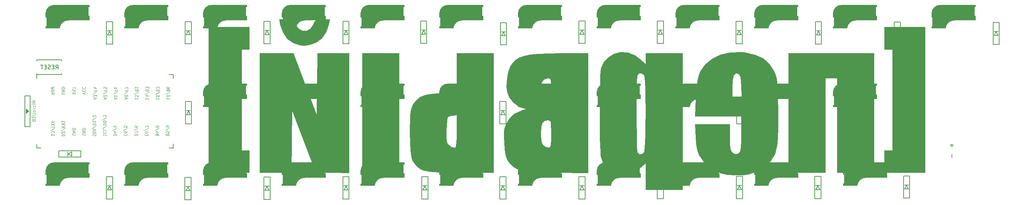
<source format=gbo>
G04 #@! TF.GenerationSoftware,KiCad,Pcbnew,(5.1.5)-2*
G04 #@! TF.CreationDate,2020-02-27T15:55:59+09:00*
G04 #@! TF.ProjectId,First_keyboard30,46697273-745f-46b6-9579-626f61726433,rev?*
G04 #@! TF.SameCoordinates,Original*
G04 #@! TF.FileFunction,Legend,Bot*
G04 #@! TF.FilePolarity,Positive*
%FSLAX46Y46*%
G04 Gerber Fmt 4.6, Leading zero omitted, Abs format (unit mm)*
G04 Created by KiCad (PCBNEW (5.1.5)-2) date 2020-02-27 15:55:59*
%MOMM*%
%LPD*%
G04 APERTURE LIST*
%ADD10C,0.010000*%
%ADD11C,0.150000*%
%ADD12C,0.300000*%
%ADD13C,0.800000*%
%ADD14C,3.000000*%
%ADD15C,0.500000*%
%ADD16C,1.000000*%
%ADD17C,3.500000*%
%ADD18C,0.400000*%
%ADD19C,0.125000*%
%ADD20C,0.120000*%
G04 APERTURE END LIST*
D10*
G36*
X174080428Y-93397146D02*
G01*
X172732818Y-94257878D01*
X171645887Y-95488431D01*
X170999602Y-96881449D01*
X170977133Y-96972678D01*
X170897373Y-97646707D01*
X170831409Y-98854517D01*
X170779263Y-100495042D01*
X170740957Y-102467213D01*
X170716513Y-104669962D01*
X170705953Y-107002220D01*
X170709299Y-109362920D01*
X170726573Y-111650993D01*
X170757798Y-113765371D01*
X170802995Y-115604987D01*
X170862186Y-117068770D01*
X170935394Y-118055655D01*
X170972476Y-118314966D01*
X171594396Y-120072818D01*
X172666350Y-121444993D01*
X174114371Y-122359946D01*
X175524831Y-122718210D01*
X177458443Y-122640342D01*
X179251948Y-121948675D01*
X180561500Y-120983485D01*
X181790000Y-119873609D01*
X181790000Y-126297500D01*
X190680000Y-126297500D01*
X190680000Y-107882500D01*
X181790000Y-107882500D01*
X181777619Y-110627649D01*
X181741642Y-112956699D01*
X181683822Y-114820454D01*
X181605911Y-116169718D01*
X181509661Y-116955295D01*
X181461330Y-117110872D01*
X180945439Y-117605333D01*
X180312400Y-117689304D01*
X179819819Y-117345837D01*
X179760219Y-117222782D01*
X179709873Y-116783712D01*
X179664434Y-115796431D01*
X179625693Y-114347722D01*
X179595439Y-112524366D01*
X179575464Y-110413146D01*
X179567559Y-108100842D01*
X179567500Y-107882500D01*
X179574214Y-105556146D01*
X179593160Y-103422945D01*
X179622548Y-101569677D01*
X179660589Y-100083124D01*
X179705490Y-99050068D01*
X179755462Y-98557291D01*
X179760219Y-98542217D01*
X180193020Y-98110167D01*
X180818422Y-98108984D01*
X181378820Y-98521722D01*
X181461330Y-98654127D01*
X181565186Y-99172699D01*
X181651485Y-100276879D01*
X181718473Y-101917471D01*
X181764399Y-104045277D01*
X181787510Y-106611103D01*
X181790000Y-107882500D01*
X190680000Y-107882500D01*
X190680000Y-93277500D01*
X181790000Y-93277500D01*
X181790000Y-95942065D01*
X180758125Y-94943374D01*
X179158611Y-93764145D01*
X177399902Y-93108750D01*
X175603799Y-93005392D01*
X174080428Y-93397146D01*
G37*
X174080428Y-93397146D02*
X172732818Y-94257878D01*
X171645887Y-95488431D01*
X170999602Y-96881449D01*
X170977133Y-96972678D01*
X170897373Y-97646707D01*
X170831409Y-98854517D01*
X170779263Y-100495042D01*
X170740957Y-102467213D01*
X170716513Y-104669962D01*
X170705953Y-107002220D01*
X170709299Y-109362920D01*
X170726573Y-111650993D01*
X170757798Y-113765371D01*
X170802995Y-115604987D01*
X170862186Y-117068770D01*
X170935394Y-118055655D01*
X170972476Y-118314966D01*
X171594396Y-120072818D01*
X172666350Y-121444993D01*
X174114371Y-122359946D01*
X175524831Y-122718210D01*
X177458443Y-122640342D01*
X179251948Y-121948675D01*
X180561500Y-120983485D01*
X181790000Y-119873609D01*
X181790000Y-126297500D01*
X190680000Y-126297500D01*
X190680000Y-107882500D01*
X181790000Y-107882500D01*
X181777619Y-110627649D01*
X181741642Y-112956699D01*
X181683822Y-114820454D01*
X181605911Y-116169718D01*
X181509661Y-116955295D01*
X181461330Y-117110872D01*
X180945439Y-117605333D01*
X180312400Y-117689304D01*
X179819819Y-117345837D01*
X179760219Y-117222782D01*
X179709873Y-116783712D01*
X179664434Y-115796431D01*
X179625693Y-114347722D01*
X179595439Y-112524366D01*
X179575464Y-110413146D01*
X179567559Y-108100842D01*
X179567500Y-107882500D01*
X179574214Y-105556146D01*
X179593160Y-103422945D01*
X179622548Y-101569677D01*
X179660589Y-100083124D01*
X179705490Y-99050068D01*
X179755462Y-98557291D01*
X179760219Y-98542217D01*
X180193020Y-98110167D01*
X180818422Y-98108984D01*
X181378820Y-98521722D01*
X181461330Y-98654127D01*
X181565186Y-99172699D01*
X181651485Y-100276879D01*
X181718473Y-101917471D01*
X181764399Y-104045277D01*
X181787510Y-106611103D01*
X181790000Y-107882500D01*
X190680000Y-107882500D01*
X190680000Y-93277500D01*
X181790000Y-93277500D01*
X181790000Y-95942065D01*
X180758125Y-94943374D01*
X179158611Y-93764145D01*
X177399902Y-93108750D01*
X175603799Y-93005392D01*
X174080428Y-93397146D01*
G36*
X202318668Y-93103243D02*
G01*
X199951096Y-93637090D01*
X197899896Y-94605010D01*
X196235138Y-95969509D01*
X195026894Y-97693097D01*
X194665425Y-98534548D01*
X194339207Y-99836626D01*
X194100958Y-101688280D01*
X193945766Y-104128544D01*
X193938351Y-104310625D01*
X193772165Y-108517500D01*
X204967500Y-108517500D01*
X204967500Y-112584316D01*
X204940713Y-114577978D01*
X204844258Y-116011508D01*
X204653992Y-116958138D01*
X204345773Y-117491102D01*
X203895461Y-117683631D01*
X203308589Y-117616541D01*
X202812348Y-117407295D01*
X202473262Y-117003007D01*
X202263003Y-116298932D01*
X202153242Y-115190324D01*
X202115654Y-113572437D01*
X202114336Y-113200625D01*
X202110000Y-110422500D01*
X193770103Y-110422500D01*
X193920224Y-113540061D01*
X194020530Y-115105922D01*
X194173553Y-116240096D01*
X194424625Y-117145857D01*
X194819077Y-118026475D01*
X194994548Y-118357454D01*
X196326952Y-120177310D01*
X198088187Y-121529935D01*
X199997085Y-122331879D01*
X201583330Y-122636606D01*
X203488306Y-122757530D01*
X205421447Y-122689688D01*
X206996019Y-122451396D01*
X208898081Y-121777625D01*
X210617150Y-120745057D01*
X211958523Y-119478762D01*
X212259152Y-119070523D01*
X212752747Y-118240026D01*
X213138490Y-117355581D01*
X213427180Y-116331639D01*
X213629617Y-115082647D01*
X213756601Y-113523054D01*
X213818933Y-111567310D01*
X213827412Y-109129862D01*
X213803550Y-106836585D01*
X213767713Y-104479940D01*
X213752386Y-103755000D01*
X204993181Y-103755000D01*
X202745000Y-103755000D01*
X202745000Y-101434433D01*
X202837385Y-99753250D01*
X203110283Y-98643980D01*
X203557309Y-98120346D01*
X204172081Y-98196075D01*
X204234530Y-98232214D01*
X204536252Y-98537015D01*
X204729156Y-99094435D01*
X204844205Y-100040924D01*
X204900966Y-101169089D01*
X204993181Y-103755000D01*
X213752386Y-103755000D01*
X213729297Y-102662968D01*
X213678516Y-101290382D01*
X213605584Y-100266897D01*
X213500714Y-99497226D01*
X213354119Y-98886083D01*
X213156013Y-98338180D01*
X212896610Y-97758234D01*
X212863982Y-97688538D01*
X211741170Y-95905162D01*
X210234713Y-94567295D01*
X208304417Y-93651384D01*
X205910089Y-93133877D01*
X204932541Y-93040962D01*
X202318668Y-93103243D01*
G37*
X202318668Y-93103243D02*
X199951096Y-93637090D01*
X197899896Y-94605010D01*
X196235138Y-95969509D01*
X195026894Y-97693097D01*
X194665425Y-98534548D01*
X194339207Y-99836626D01*
X194100958Y-101688280D01*
X193945766Y-104128544D01*
X193938351Y-104310625D01*
X193772165Y-108517500D01*
X204967500Y-108517500D01*
X204967500Y-112584316D01*
X204940713Y-114577978D01*
X204844258Y-116011508D01*
X204653992Y-116958138D01*
X204345773Y-117491102D01*
X203895461Y-117683631D01*
X203308589Y-117616541D01*
X202812348Y-117407295D01*
X202473262Y-117003007D01*
X202263003Y-116298932D01*
X202153242Y-115190324D01*
X202115654Y-113572437D01*
X202114336Y-113200625D01*
X202110000Y-110422500D01*
X193770103Y-110422500D01*
X193920224Y-113540061D01*
X194020530Y-115105922D01*
X194173553Y-116240096D01*
X194424625Y-117145857D01*
X194819077Y-118026475D01*
X194994548Y-118357454D01*
X196326952Y-120177310D01*
X198088187Y-121529935D01*
X199997085Y-122331879D01*
X201583330Y-122636606D01*
X203488306Y-122757530D01*
X205421447Y-122689688D01*
X206996019Y-122451396D01*
X208898081Y-121777625D01*
X210617150Y-120745057D01*
X211958523Y-119478762D01*
X212259152Y-119070523D01*
X212752747Y-118240026D01*
X213138490Y-117355581D01*
X213427180Y-116331639D01*
X213629617Y-115082647D01*
X213756601Y-113523054D01*
X213818933Y-111567310D01*
X213827412Y-109129862D01*
X213803550Y-106836585D01*
X213767713Y-104479940D01*
X213752386Y-103755000D01*
X204993181Y-103755000D01*
X202745000Y-103755000D01*
X202745000Y-101434433D01*
X202837385Y-99753250D01*
X203110283Y-98643980D01*
X203557309Y-98120346D01*
X204172081Y-98196075D01*
X204234530Y-98232214D01*
X204536252Y-98537015D01*
X204729156Y-99094435D01*
X204844205Y-100040924D01*
X204900966Y-101169089D01*
X204993181Y-103755000D01*
X213752386Y-103755000D01*
X213729297Y-102662968D01*
X213678516Y-101290382D01*
X213605584Y-100266897D01*
X213500714Y-99497226D01*
X213354119Y-98886083D01*
X213156013Y-98338180D01*
X212896610Y-97758234D01*
X212863982Y-97688538D01*
X211741170Y-95905162D01*
X210234713Y-94567295D01*
X208304417Y-93651384D01*
X205910089Y-93133877D01*
X204932541Y-93040962D01*
X202318668Y-93103243D01*
G36*
X239575000Y-92325000D02*
G01*
X241480000Y-92325000D01*
X241480000Y-116772500D01*
X239575000Y-116772500D01*
X239575000Y-122170000D01*
X249417500Y-122170000D01*
X249417500Y-86927500D01*
X239575000Y-86927500D01*
X239575000Y-92325000D01*
G37*
X239575000Y-92325000D02*
X241480000Y-92325000D01*
X241480000Y-116772500D01*
X239575000Y-116772500D01*
X239575000Y-122170000D01*
X249417500Y-122170000D01*
X249417500Y-86927500D01*
X239575000Y-86927500D01*
X239575000Y-92325000D01*
G36*
X216397500Y-122170000D02*
G01*
X225287500Y-122170000D01*
X225287500Y-99310000D01*
X228145000Y-99310000D01*
X228145000Y-122170000D01*
X237035000Y-122170000D01*
X237035000Y-93277500D01*
X216397500Y-93277500D01*
X216397500Y-122170000D01*
G37*
X216397500Y-122170000D02*
X225287500Y-122170000D01*
X225287500Y-99310000D01*
X228145000Y-99310000D01*
X228145000Y-122170000D01*
X237035000Y-122170000D01*
X237035000Y-93277500D01*
X216397500Y-93277500D01*
X216397500Y-122170000D01*
G36*
X158342918Y-93309369D02*
G01*
X155870903Y-93417068D01*
X153892560Y-93618729D01*
X152338539Y-93932485D01*
X151139490Y-94376470D01*
X150226063Y-94968817D01*
X149528907Y-95727659D01*
X149064751Y-96497092D01*
X148590866Y-97821319D01*
X148276335Y-99481002D01*
X148158635Y-101188405D01*
X148267721Y-102616665D01*
X148801106Y-103954977D01*
X149779766Y-105176465D01*
X151019688Y-106079343D01*
X151667128Y-106344384D01*
X152917863Y-106719113D01*
X151735416Y-107125619D01*
X150114034Y-107888680D01*
X148924097Y-108975002D01*
X148190626Y-110123587D01*
X147848092Y-110846365D01*
X147641533Y-111534645D01*
X147547347Y-112366304D01*
X147541930Y-113519216D01*
X147582210Y-114708750D01*
X147716940Y-116633013D01*
X147970618Y-118067320D01*
X148389086Y-119152492D01*
X149018190Y-120029351D01*
X149454209Y-120459143D01*
X149996798Y-120896369D01*
X150596865Y-121241840D01*
X151336427Y-121508131D01*
X152297502Y-121707811D01*
X153562108Y-121853455D01*
X155212261Y-121957633D01*
X157329979Y-122032919D01*
X159997279Y-122091883D01*
X160120625Y-122094155D01*
X167820000Y-122235132D01*
X167820000Y-112803750D01*
X158930000Y-112803750D01*
X158922039Y-114290979D01*
X158883897Y-115255537D01*
X158794191Y-115809690D01*
X158631537Y-116065705D01*
X158374550Y-116135849D01*
X158295000Y-116137500D01*
X157603824Y-115922012D01*
X157025000Y-115502500D01*
X156668557Y-115014131D01*
X156472322Y-114329045D01*
X156395995Y-113267329D01*
X156390000Y-112667678D01*
X156476953Y-111149974D01*
X156767890Y-110165511D01*
X157307935Y-109632721D01*
X158142209Y-109470040D01*
X158158929Y-109470000D01*
X158502014Y-109490352D01*
X158724397Y-109626833D01*
X158852244Y-109992581D01*
X158911723Y-110700731D01*
X158929003Y-111864421D01*
X158930000Y-112803750D01*
X167820000Y-112803750D01*
X167820000Y-101691250D01*
X158930000Y-101691250D01*
X158919499Y-102902761D01*
X158859140Y-103612965D01*
X158705645Y-103955518D01*
X158415734Y-104064078D01*
X158158929Y-104072500D01*
X157342029Y-103872233D01*
X156888929Y-103573571D01*
X156536866Y-102870125D01*
X156390877Y-101787267D01*
X156390000Y-101691250D01*
X156582157Y-100394853D01*
X157153478Y-99597902D01*
X158096242Y-99310792D01*
X158158929Y-99310000D01*
X158551228Y-99342432D01*
X158781199Y-99528834D01*
X158892121Y-100002863D01*
X158927274Y-100898177D01*
X158930000Y-101691250D01*
X167820000Y-101691250D01*
X167820000Y-93277500D01*
X161377957Y-93277500D01*
X158342918Y-93309369D01*
G37*
X158342918Y-93309369D02*
X155870903Y-93417068D01*
X153892560Y-93618729D01*
X152338539Y-93932485D01*
X151139490Y-94376470D01*
X150226063Y-94968817D01*
X149528907Y-95727659D01*
X149064751Y-96497092D01*
X148590866Y-97821319D01*
X148276335Y-99481002D01*
X148158635Y-101188405D01*
X148267721Y-102616665D01*
X148801106Y-103954977D01*
X149779766Y-105176465D01*
X151019688Y-106079343D01*
X151667128Y-106344384D01*
X152917863Y-106719113D01*
X151735416Y-107125619D01*
X150114034Y-107888680D01*
X148924097Y-108975002D01*
X148190626Y-110123587D01*
X147848092Y-110846365D01*
X147641533Y-111534645D01*
X147547347Y-112366304D01*
X147541930Y-113519216D01*
X147582210Y-114708750D01*
X147716940Y-116633013D01*
X147970618Y-118067320D01*
X148389086Y-119152492D01*
X149018190Y-120029351D01*
X149454209Y-120459143D01*
X149996798Y-120896369D01*
X150596865Y-121241840D01*
X151336427Y-121508131D01*
X152297502Y-121707811D01*
X153562108Y-121853455D01*
X155212261Y-121957633D01*
X157329979Y-122032919D01*
X159997279Y-122091883D01*
X160120625Y-122094155D01*
X167820000Y-122235132D01*
X167820000Y-112803750D01*
X158930000Y-112803750D01*
X158922039Y-114290979D01*
X158883897Y-115255537D01*
X158794191Y-115809690D01*
X158631537Y-116065705D01*
X158374550Y-116135849D01*
X158295000Y-116137500D01*
X157603824Y-115922012D01*
X157025000Y-115502500D01*
X156668557Y-115014131D01*
X156472322Y-114329045D01*
X156395995Y-113267329D01*
X156390000Y-112667678D01*
X156476953Y-111149974D01*
X156767890Y-110165511D01*
X157307935Y-109632721D01*
X158142209Y-109470040D01*
X158158929Y-109470000D01*
X158502014Y-109490352D01*
X158724397Y-109626833D01*
X158852244Y-109992581D01*
X158911723Y-110700731D01*
X158929003Y-111864421D01*
X158930000Y-112803750D01*
X167820000Y-112803750D01*
X167820000Y-101691250D01*
X158930000Y-101691250D01*
X158919499Y-102902761D01*
X158859140Y-103612965D01*
X158705645Y-103955518D01*
X158415734Y-104064078D01*
X158158929Y-104072500D01*
X157342029Y-103872233D01*
X156888929Y-103573571D01*
X156536866Y-102870125D01*
X156390877Y-101787267D01*
X156390000Y-101691250D01*
X156582157Y-100394853D01*
X157153478Y-99597902D01*
X158096242Y-99310792D01*
X158158929Y-99310000D01*
X158551228Y-99342432D01*
X158781199Y-99528834D01*
X158892121Y-100002863D01*
X158927274Y-100898177D01*
X158930000Y-101691250D01*
X167820000Y-101691250D01*
X167820000Y-93277500D01*
X161377957Y-93277500D01*
X158342918Y-93309369D01*
G36*
X136070000Y-102712574D02*
G01*
X132636540Y-102875314D01*
X130364497Y-103053958D01*
X128623413Y-103371866D01*
X127317322Y-103867370D01*
X126350256Y-104578804D01*
X125626246Y-105544500D01*
X125533221Y-105712632D01*
X125262771Y-106259790D01*
X125068119Y-106806362D01*
X124936904Y-107466343D01*
X124856767Y-108353726D01*
X124815346Y-109582504D01*
X124800282Y-111266671D01*
X124798750Y-112486250D01*
X124823824Y-114860833D01*
X124915075Y-116698305D01*
X125096555Y-118095153D01*
X125392311Y-119147867D01*
X125826392Y-119952934D01*
X126422848Y-120606845D01*
X126922279Y-121006246D01*
X127478092Y-121340202D01*
X128178286Y-121603880D01*
X129098677Y-121805188D01*
X130315080Y-121952037D01*
X131903311Y-122052336D01*
X133939186Y-122113995D01*
X136498522Y-122144924D01*
X137895625Y-122151073D01*
X144960000Y-122170000D01*
X144960000Y-112129062D01*
X136070000Y-112129062D01*
X136064321Y-113785665D01*
X136036440Y-114909951D01*
X135970096Y-115604572D01*
X135849028Y-115972184D01*
X135656972Y-116115439D01*
X135435000Y-116137500D01*
X134752794Y-115922176D01*
X134135362Y-115472861D01*
X133821840Y-115095756D01*
X133634767Y-114633497D01*
X133551219Y-113936497D01*
X133548270Y-112855170D01*
X133579737Y-111847517D01*
X133645586Y-110538312D01*
X133731754Y-109483437D01*
X133824285Y-108833622D01*
X133870652Y-108705463D01*
X134281869Y-108522509D01*
X135026241Y-108329463D01*
X135061277Y-108322369D01*
X136070000Y-108120625D01*
X136070000Y-112129062D01*
X144960000Y-112129062D01*
X144960000Y-93277500D01*
X136070000Y-93277500D01*
X136070000Y-102712574D01*
G37*
X136070000Y-102712574D02*
X132636540Y-102875314D01*
X130364497Y-103053958D01*
X128623413Y-103371866D01*
X127317322Y-103867370D01*
X126350256Y-104578804D01*
X125626246Y-105544500D01*
X125533221Y-105712632D01*
X125262771Y-106259790D01*
X125068119Y-106806362D01*
X124936904Y-107466343D01*
X124856767Y-108353726D01*
X124815346Y-109582504D01*
X124800282Y-111266671D01*
X124798750Y-112486250D01*
X124823824Y-114860833D01*
X124915075Y-116698305D01*
X125096555Y-118095153D01*
X125392311Y-119147867D01*
X125826392Y-119952934D01*
X126422848Y-120606845D01*
X126922279Y-121006246D01*
X127478092Y-121340202D01*
X128178286Y-121603880D01*
X129098677Y-121805188D01*
X130315080Y-121952037D01*
X131903311Y-122052336D01*
X133939186Y-122113995D01*
X136498522Y-122144924D01*
X137895625Y-122151073D01*
X144960000Y-122170000D01*
X144960000Y-112129062D01*
X136070000Y-112129062D01*
X136064321Y-113785665D01*
X136036440Y-114909951D01*
X135970096Y-115604572D01*
X135849028Y-115972184D01*
X135656972Y-116115439D01*
X135435000Y-116137500D01*
X134752794Y-115922176D01*
X134135362Y-115472861D01*
X133821840Y-115095756D01*
X133634767Y-114633497D01*
X133551219Y-113936497D01*
X133548270Y-112855170D01*
X133579737Y-111847517D01*
X133645586Y-110538312D01*
X133731754Y-109483437D01*
X133824285Y-108833622D01*
X133870652Y-108705463D01*
X134281869Y-108522509D01*
X135026241Y-108329463D01*
X135061277Y-108322369D01*
X136070000Y-108120625D01*
X136070000Y-112129062D01*
X144960000Y-112129062D01*
X144960000Y-93277500D01*
X136070000Y-93277500D01*
X136070000Y-102712574D01*
G36*
X113210000Y-122170000D02*
G01*
X122100000Y-122170000D01*
X122100000Y-93277500D01*
X113210000Y-93277500D01*
X113210000Y-122170000D01*
G37*
X113210000Y-122170000D02*
X122100000Y-122170000D01*
X122100000Y-93277500D01*
X113210000Y-93277500D01*
X113210000Y-122170000D01*
G36*
X102341372Y-100818125D02*
G01*
X102256250Y-108358750D01*
X96541250Y-93278336D01*
X88445000Y-93277500D01*
X88445000Y-122170000D01*
X96053711Y-122170000D01*
X96138731Y-114568429D01*
X96223750Y-106966858D01*
X99111067Y-114489054D01*
X101998383Y-122011250D01*
X106016692Y-122100110D01*
X110035000Y-122188971D01*
X110035000Y-93277500D01*
X102426493Y-93277500D01*
X102341372Y-100818125D01*
G37*
X102341372Y-100818125D02*
X102256250Y-108358750D01*
X96541250Y-93278336D01*
X88445000Y-93277500D01*
X88445000Y-122170000D01*
X96053711Y-122170000D01*
X96138731Y-114568429D01*
X96223750Y-106966858D01*
X99111067Y-114489054D01*
X101998383Y-122011250D01*
X106016692Y-122100110D01*
X110035000Y-122188971D01*
X110035000Y-93277500D01*
X102426493Y-93277500D01*
X102341372Y-100818125D01*
G36*
X76062500Y-122170000D02*
G01*
X85905000Y-122170000D01*
X85905000Y-116772500D01*
X84000000Y-116772500D01*
X84000000Y-92325000D01*
X85905000Y-92325000D01*
X85905000Y-86927500D01*
X76062500Y-86927500D01*
X76062500Y-122170000D01*
G37*
X76062500Y-122170000D02*
X85905000Y-122170000D01*
X85905000Y-116772500D01*
X84000000Y-116772500D01*
X84000000Y-92325000D01*
X85905000Y-92325000D01*
X85905000Y-86927500D01*
X76062500Y-86927500D01*
X76062500Y-122170000D01*
G36*
X93356087Y-86213125D02*
G01*
X93987178Y-88137939D01*
X95061769Y-89665990D01*
X96514205Y-90739708D01*
X98278833Y-91301523D01*
X99240000Y-91372500D01*
X100748515Y-91160087D01*
X102109601Y-90658125D01*
X103500530Y-89610499D01*
X104525830Y-88090985D01*
X105123914Y-86213125D01*
X105343170Y-85022500D01*
X103640960Y-85025729D01*
X102647717Y-85050198D01*
X102080964Y-85197140D01*
X101732211Y-85584115D01*
X101412428Y-86282325D01*
X100705122Y-87324220D01*
X99772443Y-87852169D01*
X98761959Y-87866174D01*
X97821238Y-87366233D01*
X97097848Y-86352348D01*
X97067573Y-86282325D01*
X96732700Y-85557913D01*
X96378154Y-85185365D01*
X95795446Y-85047119D01*
X94839041Y-85025729D01*
X93136831Y-85022499D01*
X93356087Y-86213125D01*
G37*
X93356087Y-86213125D02*
X93987178Y-88137939D01*
X95061769Y-89665990D01*
X96514205Y-90739708D01*
X98278833Y-91301523D01*
X99240000Y-91372500D01*
X100748515Y-91160087D01*
X102109601Y-90658125D01*
X103500530Y-89610499D01*
X104525830Y-88090985D01*
X105123914Y-86213125D01*
X105343170Y-85022500D01*
X103640960Y-85025729D01*
X102647717Y-85050198D01*
X102080964Y-85197140D01*
X101732211Y-85584115D01*
X101412428Y-86282325D01*
X100705122Y-87324220D01*
X99772443Y-87852169D01*
X98761959Y-87866174D01*
X97821238Y-87366233D01*
X97097848Y-86352348D01*
X97067573Y-86282325D01*
X96732700Y-85557913D01*
X96378154Y-85185365D01*
X95795446Y-85047119D01*
X94839041Y-85025729D01*
X93136831Y-85022499D01*
X93356087Y-86213125D01*
D11*
X67538000Y-116198600D02*
X67538000Y-115188600D01*
X67538000Y-98398600D02*
X67538000Y-99398600D01*
X66538000Y-116198600D02*
X67538000Y-116198600D01*
X66488000Y-98398600D02*
X67538000Y-98398600D01*
X34488000Y-116198600D02*
X34488000Y-115248600D01*
X34488000Y-98398600D02*
X34488000Y-99398600D01*
X34488000Y-116198600D02*
X35488000Y-116198600D01*
X34488000Y-98398600D02*
X35488000Y-98398600D01*
X31588000Y-103548600D02*
X32888000Y-103548600D01*
X32888000Y-103548600D02*
X32888000Y-111048600D01*
X32888000Y-111048600D02*
X31588000Y-111048600D01*
X31588000Y-111048600D02*
X31588000Y-103548600D01*
X31938000Y-106798600D02*
X31938000Y-107798600D01*
X31938000Y-107798600D02*
X32588000Y-107298600D01*
X32588000Y-107298600D02*
X31938000Y-106798600D01*
X32088000Y-106948600D02*
X32088000Y-107648600D01*
X32238000Y-107048600D02*
X32238000Y-107548600D01*
X32388000Y-107148600D02*
X32388000Y-107448600D01*
D12*
X229780000Y-122539999D02*
X229780000Y-121640000D01*
D13*
X230280000Y-124740000D02*
X230280000Y-122940001D01*
D14*
X231410000Y-121240000D02*
X231410000Y-123480000D01*
D15*
X239880000Y-123040000D02*
X238480000Y-123040000D01*
D16*
X239480000Y-120340000D02*
X239480000Y-122840000D01*
D17*
X238180000Y-121540000D02*
X231480000Y-121540000D01*
D11*
X240180000Y-123340000D02*
X240180000Y-122340000D01*
X240180000Y-122340000D02*
X239980000Y-122340000D01*
X239960000Y-122340000D02*
X239960000Y-120090000D01*
X239980000Y-120090000D02*
X240180000Y-120090000D01*
X229680000Y-122640000D02*
X229880000Y-122640000D01*
X229910000Y-122640000D02*
X229910000Y-124880000D01*
X229880000Y-124880000D02*
X229680000Y-124880000D01*
X229680000Y-125240000D02*
X229680000Y-124880000D01*
X229680000Y-121640000D02*
X229680000Y-122640000D01*
X229680000Y-125240000D02*
X232960000Y-125240000D01*
X235180000Y-123340000D02*
X240180000Y-123340000D01*
X240180000Y-119740000D02*
X231779999Y-119740000D01*
X232963682Y-125218529D02*
G75*
G02X235180000Y-123340000I2151318J-291471D01*
G01*
X229680000Y-121640001D02*
G75*
G02X231779999Y-119740000I2000000J-99999D01*
G01*
X240180000Y-120090000D02*
X240180000Y-119740000D01*
D16*
X232563682Y-124818529D02*
G75*
G02X234780000Y-122940000I2151318J-291471D01*
G01*
D15*
X229880000Y-125040000D02*
X232580000Y-125040000D01*
D18*
X239980000Y-119940000D02*
X238580000Y-119940000D01*
X239980000Y-122440000D02*
X239980000Y-123140000D01*
D12*
X208260000Y-122559999D02*
X208260000Y-121660000D01*
D13*
X208760000Y-124760000D02*
X208760000Y-122960001D01*
D14*
X209890000Y-121260000D02*
X209890000Y-123500000D01*
D15*
X218360000Y-123060000D02*
X216960000Y-123060000D01*
D16*
X217960000Y-120360000D02*
X217960000Y-122860000D01*
D17*
X216660000Y-121560000D02*
X209960000Y-121560000D01*
D11*
X218660000Y-123360000D02*
X218660000Y-122360000D01*
X218660000Y-122360000D02*
X218460000Y-122360000D01*
X218440000Y-122360000D02*
X218440000Y-120110000D01*
X218460000Y-120110000D02*
X218660000Y-120110000D01*
X208160000Y-122660000D02*
X208360000Y-122660000D01*
X208390000Y-122660000D02*
X208390000Y-124900000D01*
X208360000Y-124900000D02*
X208160000Y-124900000D01*
X208160000Y-125260000D02*
X208160000Y-124900000D01*
X208160000Y-121660000D02*
X208160000Y-122660000D01*
X208160000Y-125260000D02*
X211440000Y-125260000D01*
X213660000Y-123360000D02*
X218660000Y-123360000D01*
X218660000Y-119760000D02*
X210259999Y-119760000D01*
X211443682Y-125238529D02*
G75*
G02X213660000Y-123360000I2151318J-291471D01*
G01*
X208160000Y-121660001D02*
G75*
G02X210259999Y-119760000I2000000J-99999D01*
G01*
X218660000Y-120110000D02*
X218660000Y-119760000D01*
D16*
X211043682Y-124838529D02*
G75*
G02X213260000Y-122960000I2151318J-291471D01*
G01*
D15*
X208360000Y-125060000D02*
X211060000Y-125060000D01*
D18*
X218460000Y-119960000D02*
X217060000Y-119960000D01*
X218460000Y-122460000D02*
X218460000Y-123160000D01*
D12*
X189210000Y-122559999D02*
X189210000Y-121660000D01*
D13*
X189710000Y-124760000D02*
X189710000Y-122960001D01*
D14*
X190840000Y-121260000D02*
X190840000Y-123500000D01*
D15*
X199310000Y-123060000D02*
X197910000Y-123060000D01*
D16*
X198910000Y-120360000D02*
X198910000Y-122860000D01*
D17*
X197610000Y-121560000D02*
X190910000Y-121560000D01*
D11*
X199610000Y-123360000D02*
X199610000Y-122360000D01*
X199610000Y-122360000D02*
X199410000Y-122360000D01*
X199390000Y-122360000D02*
X199390000Y-120110000D01*
X199410000Y-120110000D02*
X199610000Y-120110000D01*
X189110000Y-122660000D02*
X189310000Y-122660000D01*
X189340000Y-122660000D02*
X189340000Y-124900000D01*
X189310000Y-124900000D02*
X189110000Y-124900000D01*
X189110000Y-125260000D02*
X189110000Y-124900000D01*
X189110000Y-121660000D02*
X189110000Y-122660000D01*
X189110000Y-125260000D02*
X192390000Y-125260000D01*
X194610000Y-123360000D02*
X199610000Y-123360000D01*
X199610000Y-119760000D02*
X191209999Y-119760000D01*
X192393682Y-125238529D02*
G75*
G02X194610000Y-123360000I2151318J-291471D01*
G01*
X189110000Y-121660001D02*
G75*
G02X191209999Y-119760000I2000000J-99999D01*
G01*
X199610000Y-120110000D02*
X199610000Y-119760000D01*
D16*
X191993682Y-124838529D02*
G75*
G02X194210000Y-122960000I2151318J-291471D01*
G01*
D15*
X189310000Y-125060000D02*
X192010000Y-125060000D01*
D18*
X199410000Y-119960000D02*
X198010000Y-119960000D01*
X199410000Y-122460000D02*
X199410000Y-123160000D01*
D12*
X170160000Y-122559999D02*
X170160000Y-121660000D01*
D13*
X170660000Y-124760000D02*
X170660000Y-122960001D01*
D14*
X171790000Y-121260000D02*
X171790000Y-123500000D01*
D15*
X180260000Y-123060000D02*
X178860000Y-123060000D01*
D16*
X179860000Y-120360000D02*
X179860000Y-122860000D01*
D17*
X178560000Y-121560000D02*
X171860000Y-121560000D01*
D11*
X180560000Y-123360000D02*
X180560000Y-122360000D01*
X180560000Y-122360000D02*
X180360000Y-122360000D01*
X180340000Y-122360000D02*
X180340000Y-120110000D01*
X180360000Y-120110000D02*
X180560000Y-120110000D01*
X170060000Y-122660000D02*
X170260000Y-122660000D01*
X170290000Y-122660000D02*
X170290000Y-124900000D01*
X170260000Y-124900000D02*
X170060000Y-124900000D01*
X170060000Y-125260000D02*
X170060000Y-124900000D01*
X170060000Y-121660000D02*
X170060000Y-122660000D01*
X170060000Y-125260000D02*
X173340000Y-125260000D01*
X175560000Y-123360000D02*
X180560000Y-123360000D01*
X180560000Y-119760000D02*
X172159999Y-119760000D01*
X173343682Y-125238529D02*
G75*
G02X175560000Y-123360000I2151318J-291471D01*
G01*
X170060000Y-121660001D02*
G75*
G02X172159999Y-119760000I2000000J-99999D01*
G01*
X180560000Y-120110000D02*
X180560000Y-119760000D01*
D16*
X172943682Y-124838529D02*
G75*
G02X175160000Y-122960000I2151318J-291471D01*
G01*
D15*
X170260000Y-125060000D02*
X172960000Y-125060000D01*
D18*
X180360000Y-119960000D02*
X178960000Y-119960000D01*
X180360000Y-122460000D02*
X180360000Y-123160000D01*
D12*
X151110000Y-122559999D02*
X151110000Y-121660000D01*
D13*
X151610000Y-124760000D02*
X151610000Y-122960001D01*
D14*
X152740000Y-121260000D02*
X152740000Y-123500000D01*
D15*
X161210000Y-123060000D02*
X159810000Y-123060000D01*
D16*
X160810000Y-120360000D02*
X160810000Y-122860000D01*
D17*
X159510000Y-121560000D02*
X152810000Y-121560000D01*
D11*
X161510000Y-123360000D02*
X161510000Y-122360000D01*
X161510000Y-122360000D02*
X161310000Y-122360000D01*
X161290000Y-122360000D02*
X161290000Y-120110000D01*
X161310000Y-120110000D02*
X161510000Y-120110000D01*
X151010000Y-122660000D02*
X151210000Y-122660000D01*
X151240000Y-122660000D02*
X151240000Y-124900000D01*
X151210000Y-124900000D02*
X151010000Y-124900000D01*
X151010000Y-125260000D02*
X151010000Y-124900000D01*
X151010000Y-121660000D02*
X151010000Y-122660000D01*
X151010000Y-125260000D02*
X154290000Y-125260000D01*
X156510000Y-123360000D02*
X161510000Y-123360000D01*
X161510000Y-119760000D02*
X153109999Y-119760000D01*
X154293682Y-125238529D02*
G75*
G02X156510000Y-123360000I2151318J-291471D01*
G01*
X151010000Y-121660001D02*
G75*
G02X153109999Y-119760000I2000000J-99999D01*
G01*
X161510000Y-120110000D02*
X161510000Y-119760000D01*
D16*
X153893682Y-124838529D02*
G75*
G02X156110000Y-122960000I2151318J-291471D01*
G01*
D15*
X151210000Y-125060000D02*
X153910000Y-125060000D01*
D18*
X161310000Y-119960000D02*
X159910000Y-119960000D01*
X161310000Y-122460000D02*
X161310000Y-123160000D01*
D12*
X132060000Y-122559999D02*
X132060000Y-121660000D01*
D13*
X132560000Y-124760000D02*
X132560000Y-122960001D01*
D14*
X133690000Y-121260000D02*
X133690000Y-123500000D01*
D15*
X142160000Y-123060000D02*
X140760000Y-123060000D01*
D16*
X141760000Y-120360000D02*
X141760000Y-122860000D01*
D17*
X140460000Y-121560000D02*
X133760000Y-121560000D01*
D11*
X142460000Y-123360000D02*
X142460000Y-122360000D01*
X142460000Y-122360000D02*
X142260000Y-122360000D01*
X142240000Y-122360000D02*
X142240000Y-120110000D01*
X142260000Y-120110000D02*
X142460000Y-120110000D01*
X131960000Y-122660000D02*
X132160000Y-122660000D01*
X132190000Y-122660000D02*
X132190000Y-124900000D01*
X132160000Y-124900000D02*
X131960000Y-124900000D01*
X131960000Y-125260000D02*
X131960000Y-124900000D01*
X131960000Y-121660000D02*
X131960000Y-122660000D01*
X131960000Y-125260000D02*
X135240000Y-125260000D01*
X137460000Y-123360000D02*
X142460000Y-123360000D01*
X142460000Y-119760000D02*
X134059999Y-119760000D01*
X135243682Y-125238529D02*
G75*
G02X137460000Y-123360000I2151318J-291471D01*
G01*
X131960000Y-121660001D02*
G75*
G02X134059999Y-119760000I2000000J-99999D01*
G01*
X142460000Y-120110000D02*
X142460000Y-119760000D01*
D16*
X134843682Y-124838529D02*
G75*
G02X137060000Y-122960000I2151318J-291471D01*
G01*
D15*
X132160000Y-125060000D02*
X134860000Y-125060000D01*
D18*
X142260000Y-119960000D02*
X140860000Y-119960000D01*
X142260000Y-122460000D02*
X142260000Y-123160000D01*
D12*
X113010000Y-122559999D02*
X113010000Y-121660000D01*
D13*
X113510000Y-124760000D02*
X113510000Y-122960001D01*
D14*
X114640000Y-121260000D02*
X114640000Y-123500000D01*
D15*
X123110000Y-123060000D02*
X121710000Y-123060000D01*
D16*
X122710000Y-120360000D02*
X122710000Y-122860000D01*
D17*
X121410000Y-121560000D02*
X114710000Y-121560000D01*
D11*
X123410000Y-123360000D02*
X123410000Y-122360000D01*
X123410000Y-122360000D02*
X123210000Y-122360000D01*
X123190000Y-122360000D02*
X123190000Y-120110000D01*
X123210000Y-120110000D02*
X123410000Y-120110000D01*
X112910000Y-122660000D02*
X113110000Y-122660000D01*
X113140000Y-122660000D02*
X113140000Y-124900000D01*
X113110000Y-124900000D02*
X112910000Y-124900000D01*
X112910000Y-125260000D02*
X112910000Y-124900000D01*
X112910000Y-121660000D02*
X112910000Y-122660000D01*
X112910000Y-125260000D02*
X116190000Y-125260000D01*
X118410000Y-123360000D02*
X123410000Y-123360000D01*
X123410000Y-119760000D02*
X115009999Y-119760000D01*
X116193682Y-125238529D02*
G75*
G02X118410000Y-123360000I2151318J-291471D01*
G01*
X112910000Y-121660001D02*
G75*
G02X115009999Y-119760000I2000000J-99999D01*
G01*
X123410000Y-120110000D02*
X123410000Y-119760000D01*
D16*
X115793682Y-124838529D02*
G75*
G02X118010000Y-122960000I2151318J-291471D01*
G01*
D15*
X113110000Y-125060000D02*
X115810000Y-125060000D01*
D18*
X123210000Y-119960000D02*
X121810000Y-119960000D01*
X123210000Y-122460000D02*
X123210000Y-123160000D01*
D12*
X93960000Y-122559999D02*
X93960000Y-121660000D01*
D13*
X94460000Y-124760000D02*
X94460000Y-122960001D01*
D14*
X95590000Y-121260000D02*
X95590000Y-123500000D01*
D15*
X104060000Y-123060000D02*
X102660000Y-123060000D01*
D16*
X103660000Y-120360000D02*
X103660000Y-122860000D01*
D17*
X102360000Y-121560000D02*
X95660000Y-121560000D01*
D11*
X104360000Y-123360000D02*
X104360000Y-122360000D01*
X104360000Y-122360000D02*
X104160000Y-122360000D01*
X104140000Y-122360000D02*
X104140000Y-120110000D01*
X104160000Y-120110000D02*
X104360000Y-120110000D01*
X93860000Y-122660000D02*
X94060000Y-122660000D01*
X94090000Y-122660000D02*
X94090000Y-124900000D01*
X94060000Y-124900000D02*
X93860000Y-124900000D01*
X93860000Y-125260000D02*
X93860000Y-124900000D01*
X93860000Y-121660000D02*
X93860000Y-122660000D01*
X93860000Y-125260000D02*
X97140000Y-125260000D01*
X99360000Y-123360000D02*
X104360000Y-123360000D01*
X104360000Y-119760000D02*
X95959999Y-119760000D01*
X97143682Y-125238529D02*
G75*
G02X99360000Y-123360000I2151318J-291471D01*
G01*
X93860000Y-121660001D02*
G75*
G02X95959999Y-119760000I2000000J-99999D01*
G01*
X104360000Y-120110000D02*
X104360000Y-119760000D01*
D16*
X96743682Y-124838529D02*
G75*
G02X98960000Y-122960000I2151318J-291471D01*
G01*
D15*
X94060000Y-125060000D02*
X96760000Y-125060000D01*
D18*
X104160000Y-119960000D02*
X102760000Y-119960000D01*
X104160000Y-122460000D02*
X104160000Y-123160000D01*
D12*
X74910000Y-122559999D02*
X74910000Y-121660000D01*
D13*
X75410000Y-124760000D02*
X75410000Y-122960001D01*
D14*
X76540000Y-121260000D02*
X76540000Y-123500000D01*
D15*
X85010000Y-123060000D02*
X83610000Y-123060000D01*
D16*
X84610000Y-120360000D02*
X84610000Y-122860000D01*
D17*
X83310000Y-121560000D02*
X76610000Y-121560000D01*
D11*
X85310000Y-123360000D02*
X85310000Y-122360000D01*
X85310000Y-122360000D02*
X85110000Y-122360000D01*
X85090000Y-122360000D02*
X85090000Y-120110000D01*
X85110000Y-120110000D02*
X85310000Y-120110000D01*
X74810000Y-122660000D02*
X75010000Y-122660000D01*
X75040000Y-122660000D02*
X75040000Y-124900000D01*
X75010000Y-124900000D02*
X74810000Y-124900000D01*
X74810000Y-125260000D02*
X74810000Y-124900000D01*
X74810000Y-121660000D02*
X74810000Y-122660000D01*
X74810000Y-125260000D02*
X78090000Y-125260000D01*
X80310000Y-123360000D02*
X85310000Y-123360000D01*
X85310000Y-119760000D02*
X76909999Y-119760000D01*
X78093682Y-125238529D02*
G75*
G02X80310000Y-123360000I2151318J-291471D01*
G01*
X74810000Y-121660001D02*
G75*
G02X76909999Y-119760000I2000000J-99999D01*
G01*
X85310000Y-120110000D02*
X85310000Y-119760000D01*
D16*
X77693682Y-124838529D02*
G75*
G02X79910000Y-122960000I2151318J-291471D01*
G01*
D15*
X75010000Y-125060000D02*
X77710000Y-125060000D01*
D18*
X85110000Y-119960000D02*
X83710000Y-119960000D01*
X85110000Y-122460000D02*
X85110000Y-123160000D01*
D12*
X55860000Y-122559999D02*
X55860000Y-121660000D01*
D13*
X56360000Y-124760000D02*
X56360000Y-122960001D01*
D14*
X57490000Y-121260000D02*
X57490000Y-123500000D01*
D15*
X65960000Y-123060000D02*
X64560000Y-123060000D01*
D16*
X65560000Y-120360000D02*
X65560000Y-122860000D01*
D17*
X64260000Y-121560000D02*
X57560000Y-121560000D01*
D11*
X66260000Y-123360000D02*
X66260000Y-122360000D01*
X66260000Y-122360000D02*
X66060000Y-122360000D01*
X66040000Y-122360000D02*
X66040000Y-120110000D01*
X66060000Y-120110000D02*
X66260000Y-120110000D01*
X55760000Y-122660000D02*
X55960000Y-122660000D01*
X55990000Y-122660000D02*
X55990000Y-124900000D01*
X55960000Y-124900000D02*
X55760000Y-124900000D01*
X55760000Y-125260000D02*
X55760000Y-124900000D01*
X55760000Y-121660000D02*
X55760000Y-122660000D01*
X55760000Y-125260000D02*
X59040000Y-125260000D01*
X61260000Y-123360000D02*
X66260000Y-123360000D01*
X66260000Y-119760000D02*
X57859999Y-119760000D01*
X59043682Y-125238529D02*
G75*
G02X61260000Y-123360000I2151318J-291471D01*
G01*
X55760000Y-121660001D02*
G75*
G02X57859999Y-119760000I2000000J-99999D01*
G01*
X66260000Y-120110000D02*
X66260000Y-119760000D01*
D16*
X58643682Y-124838529D02*
G75*
G02X60860000Y-122960000I2151318J-291471D01*
G01*
D15*
X55960000Y-125060000D02*
X58660000Y-125060000D01*
D18*
X66060000Y-119960000D02*
X64660000Y-119960000D01*
X66060000Y-122460000D02*
X66060000Y-123160000D01*
D12*
X36810000Y-122559999D02*
X36810000Y-121660000D01*
D13*
X37310000Y-124760000D02*
X37310000Y-122960001D01*
D14*
X38440000Y-121260000D02*
X38440000Y-123500000D01*
D15*
X46910000Y-123060000D02*
X45510000Y-123060000D01*
D16*
X46510000Y-120360000D02*
X46510000Y-122860000D01*
D17*
X45210000Y-121560000D02*
X38510000Y-121560000D01*
D11*
X47210000Y-123360000D02*
X47210000Y-122360000D01*
X47210000Y-122360000D02*
X47010000Y-122360000D01*
X46990000Y-122360000D02*
X46990000Y-120110000D01*
X47010000Y-120110000D02*
X47210000Y-120110000D01*
X36710000Y-122660000D02*
X36910000Y-122660000D01*
X36940000Y-122660000D02*
X36940000Y-124900000D01*
X36910000Y-124900000D02*
X36710000Y-124900000D01*
X36710000Y-125260000D02*
X36710000Y-124900000D01*
X36710000Y-121660000D02*
X36710000Y-122660000D01*
X36710000Y-125260000D02*
X39990000Y-125260000D01*
X42210000Y-123360000D02*
X47210000Y-123360000D01*
X47210000Y-119760000D02*
X38809999Y-119760000D01*
X39993682Y-125238529D02*
G75*
G02X42210000Y-123360000I2151318J-291471D01*
G01*
X36710000Y-121660001D02*
G75*
G02X38809999Y-119760000I2000000J-99999D01*
G01*
X47210000Y-120110000D02*
X47210000Y-119760000D01*
D16*
X39593682Y-124838529D02*
G75*
G02X41810000Y-122960000I2151318J-291471D01*
G01*
D15*
X36910000Y-125060000D02*
X39610000Y-125060000D01*
D18*
X47010000Y-119960000D02*
X45610000Y-119960000D01*
X47010000Y-122460000D02*
X47010000Y-123160000D01*
D12*
X227310000Y-103509999D02*
X227310000Y-102610000D01*
D13*
X227810000Y-105710000D02*
X227810000Y-103910001D01*
D14*
X228940000Y-102210000D02*
X228940000Y-104450000D01*
D15*
X237410000Y-104010000D02*
X236010000Y-104010000D01*
D16*
X237010000Y-101310000D02*
X237010000Y-103810000D01*
D17*
X235710000Y-102510000D02*
X229010000Y-102510000D01*
D11*
X237710000Y-104310000D02*
X237710000Y-103310000D01*
X237710000Y-103310000D02*
X237510000Y-103310000D01*
X237490000Y-103310000D02*
X237490000Y-101060000D01*
X237510000Y-101060000D02*
X237710000Y-101060000D01*
X227210000Y-103610000D02*
X227410000Y-103610000D01*
X227440000Y-103610000D02*
X227440000Y-105850000D01*
X227410000Y-105850000D02*
X227210000Y-105850000D01*
X227210000Y-106210000D02*
X227210000Y-105850000D01*
X227210000Y-102610000D02*
X227210000Y-103610000D01*
X227210000Y-106210000D02*
X230490000Y-106210000D01*
X232710000Y-104310000D02*
X237710000Y-104310000D01*
X237710000Y-100710000D02*
X229309999Y-100710000D01*
X230493682Y-106188529D02*
G75*
G02X232710000Y-104310000I2151318J-291471D01*
G01*
X227210000Y-102610001D02*
G75*
G02X229309999Y-100710000I2000000J-99999D01*
G01*
X237710000Y-101060000D02*
X237710000Y-100710000D01*
D16*
X230093682Y-105788529D02*
G75*
G02X232310000Y-103910000I2151318J-291471D01*
G01*
D15*
X227410000Y-106010000D02*
X230110000Y-106010000D01*
D18*
X237510000Y-100910000D02*
X236110000Y-100910000D01*
X237510000Y-103410000D02*
X237510000Y-104110000D01*
D12*
X208260000Y-103509999D02*
X208260000Y-102610000D01*
D13*
X208760000Y-105710000D02*
X208760000Y-103910001D01*
D14*
X209890000Y-102210000D02*
X209890000Y-104450000D01*
D15*
X218360000Y-104010000D02*
X216960000Y-104010000D01*
D16*
X217960000Y-101310000D02*
X217960000Y-103810000D01*
D17*
X216660000Y-102510000D02*
X209960000Y-102510000D01*
D11*
X218660000Y-104310000D02*
X218660000Y-103310000D01*
X218660000Y-103310000D02*
X218460000Y-103310000D01*
X218440000Y-103310000D02*
X218440000Y-101060000D01*
X218460000Y-101060000D02*
X218660000Y-101060000D01*
X208160000Y-103610000D02*
X208360000Y-103610000D01*
X208390000Y-103610000D02*
X208390000Y-105850000D01*
X208360000Y-105850000D02*
X208160000Y-105850000D01*
X208160000Y-106210000D02*
X208160000Y-105850000D01*
X208160000Y-102610000D02*
X208160000Y-103610000D01*
X208160000Y-106210000D02*
X211440000Y-106210000D01*
X213660000Y-104310000D02*
X218660000Y-104310000D01*
X218660000Y-100710000D02*
X210259999Y-100710000D01*
X211443682Y-106188529D02*
G75*
G02X213660000Y-104310000I2151318J-291471D01*
G01*
X208160000Y-102610001D02*
G75*
G02X210259999Y-100710000I2000000J-99999D01*
G01*
X218660000Y-101060000D02*
X218660000Y-100710000D01*
D16*
X211043682Y-105788529D02*
G75*
G02X213260000Y-103910000I2151318J-291471D01*
G01*
D15*
X208360000Y-106010000D02*
X211060000Y-106010000D01*
D18*
X218460000Y-100910000D02*
X217060000Y-100910000D01*
X218460000Y-103410000D02*
X218460000Y-104110000D01*
D12*
X189210000Y-103509999D02*
X189210000Y-102610000D01*
D13*
X189710000Y-105710000D02*
X189710000Y-103910001D01*
D14*
X190840000Y-102210000D02*
X190840000Y-104450000D01*
D15*
X199310000Y-104010000D02*
X197910000Y-104010000D01*
D16*
X198910000Y-101310000D02*
X198910000Y-103810000D01*
D17*
X197610000Y-102510000D02*
X190910000Y-102510000D01*
D11*
X199610000Y-104310000D02*
X199610000Y-103310000D01*
X199610000Y-103310000D02*
X199410000Y-103310000D01*
X199390000Y-103310000D02*
X199390000Y-101060000D01*
X199410000Y-101060000D02*
X199610000Y-101060000D01*
X189110000Y-103610000D02*
X189310000Y-103610000D01*
X189340000Y-103610000D02*
X189340000Y-105850000D01*
X189310000Y-105850000D02*
X189110000Y-105850000D01*
X189110000Y-106210000D02*
X189110000Y-105850000D01*
X189110000Y-102610000D02*
X189110000Y-103610000D01*
X189110000Y-106210000D02*
X192390000Y-106210000D01*
X194610000Y-104310000D02*
X199610000Y-104310000D01*
X199610000Y-100710000D02*
X191209999Y-100710000D01*
X192393682Y-106188529D02*
G75*
G02X194610000Y-104310000I2151318J-291471D01*
G01*
X189110000Y-102610001D02*
G75*
G02X191209999Y-100710000I2000000J-99999D01*
G01*
X199610000Y-101060000D02*
X199610000Y-100710000D01*
D16*
X191993682Y-105788529D02*
G75*
G02X194210000Y-103910000I2151318J-291471D01*
G01*
D15*
X189310000Y-106010000D02*
X192010000Y-106010000D01*
D18*
X199410000Y-100910000D02*
X198010000Y-100910000D01*
X199410000Y-103410000D02*
X199410000Y-104110000D01*
D12*
X170160000Y-103509999D02*
X170160000Y-102610000D01*
D13*
X170660000Y-105710000D02*
X170660000Y-103910001D01*
D14*
X171790000Y-102210000D02*
X171790000Y-104450000D01*
D15*
X180260000Y-104010000D02*
X178860000Y-104010000D01*
D16*
X179860000Y-101310000D02*
X179860000Y-103810000D01*
D17*
X178560000Y-102510000D02*
X171860000Y-102510000D01*
D11*
X180560000Y-104310000D02*
X180560000Y-103310000D01*
X180560000Y-103310000D02*
X180360000Y-103310000D01*
X180340000Y-103310000D02*
X180340000Y-101060000D01*
X180360000Y-101060000D02*
X180560000Y-101060000D01*
X170060000Y-103610000D02*
X170260000Y-103610000D01*
X170290000Y-103610000D02*
X170290000Y-105850000D01*
X170260000Y-105850000D02*
X170060000Y-105850000D01*
X170060000Y-106210000D02*
X170060000Y-105850000D01*
X170060000Y-102610000D02*
X170060000Y-103610000D01*
X170060000Y-106210000D02*
X173340000Y-106210000D01*
X175560000Y-104310000D02*
X180560000Y-104310000D01*
X180560000Y-100710000D02*
X172159999Y-100710000D01*
X173343682Y-106188529D02*
G75*
G02X175560000Y-104310000I2151318J-291471D01*
G01*
X170060000Y-102610001D02*
G75*
G02X172159999Y-100710000I2000000J-99999D01*
G01*
X180560000Y-101060000D02*
X180560000Y-100710000D01*
D16*
X172943682Y-105788529D02*
G75*
G02X175160000Y-103910000I2151318J-291471D01*
G01*
D15*
X170260000Y-106010000D02*
X172960000Y-106010000D01*
D18*
X180360000Y-100910000D02*
X178960000Y-100910000D01*
X180360000Y-103410000D02*
X180360000Y-104110000D01*
D12*
X151110000Y-103509999D02*
X151110000Y-102610000D01*
D13*
X151610000Y-105710000D02*
X151610000Y-103910001D01*
D14*
X152740000Y-102210000D02*
X152740000Y-104450000D01*
D15*
X161210000Y-104010000D02*
X159810000Y-104010000D01*
D16*
X160810000Y-101310000D02*
X160810000Y-103810000D01*
D17*
X159510000Y-102510000D02*
X152810000Y-102510000D01*
D11*
X161510000Y-104310000D02*
X161510000Y-103310000D01*
X161510000Y-103310000D02*
X161310000Y-103310000D01*
X161290000Y-103310000D02*
X161290000Y-101060000D01*
X161310000Y-101060000D02*
X161510000Y-101060000D01*
X151010000Y-103610000D02*
X151210000Y-103610000D01*
X151240000Y-103610000D02*
X151240000Y-105850000D01*
X151210000Y-105850000D02*
X151010000Y-105850000D01*
X151010000Y-106210000D02*
X151010000Y-105850000D01*
X151010000Y-102610000D02*
X151010000Y-103610000D01*
X151010000Y-106210000D02*
X154290000Y-106210000D01*
X156510000Y-104310000D02*
X161510000Y-104310000D01*
X161510000Y-100710000D02*
X153109999Y-100710000D01*
X154293682Y-106188529D02*
G75*
G02X156510000Y-104310000I2151318J-291471D01*
G01*
X151010000Y-102610001D02*
G75*
G02X153109999Y-100710000I2000000J-99999D01*
G01*
X161510000Y-101060000D02*
X161510000Y-100710000D01*
D16*
X153893682Y-105788529D02*
G75*
G02X156110000Y-103910000I2151318J-291471D01*
G01*
D15*
X151210000Y-106010000D02*
X153910000Y-106010000D01*
D18*
X161310000Y-100910000D02*
X159910000Y-100910000D01*
X161310000Y-103410000D02*
X161310000Y-104110000D01*
D12*
X132060000Y-103509999D02*
X132060000Y-102610000D01*
D13*
X132560000Y-105710000D02*
X132560000Y-103910001D01*
D14*
X133690000Y-102210000D02*
X133690000Y-104450000D01*
D15*
X142160000Y-104010000D02*
X140760000Y-104010000D01*
D16*
X141760000Y-101310000D02*
X141760000Y-103810000D01*
D17*
X140460000Y-102510000D02*
X133760000Y-102510000D01*
D11*
X142460000Y-104310000D02*
X142460000Y-103310000D01*
X142460000Y-103310000D02*
X142260000Y-103310000D01*
X142240000Y-103310000D02*
X142240000Y-101060000D01*
X142260000Y-101060000D02*
X142460000Y-101060000D01*
X131960000Y-103610000D02*
X132160000Y-103610000D01*
X132190000Y-103610000D02*
X132190000Y-105850000D01*
X132160000Y-105850000D02*
X131960000Y-105850000D01*
X131960000Y-106210000D02*
X131960000Y-105850000D01*
X131960000Y-102610000D02*
X131960000Y-103610000D01*
X131960000Y-106210000D02*
X135240000Y-106210000D01*
X137460000Y-104310000D02*
X142460000Y-104310000D01*
X142460000Y-100710000D02*
X134059999Y-100710000D01*
X135243682Y-106188529D02*
G75*
G02X137460000Y-104310000I2151318J-291471D01*
G01*
X131960000Y-102610001D02*
G75*
G02X134059999Y-100710000I2000000J-99999D01*
G01*
X142460000Y-101060000D02*
X142460000Y-100710000D01*
D16*
X134843682Y-105788529D02*
G75*
G02X137060000Y-103910000I2151318J-291471D01*
G01*
D15*
X132160000Y-106010000D02*
X134860000Y-106010000D01*
D18*
X142260000Y-100910000D02*
X140860000Y-100910000D01*
X142260000Y-103410000D02*
X142260000Y-104110000D01*
D12*
X113010000Y-103509999D02*
X113010000Y-102610000D01*
D13*
X113510000Y-105710000D02*
X113510000Y-103910001D01*
D14*
X114640000Y-102210000D02*
X114640000Y-104450000D01*
D15*
X123110000Y-104010000D02*
X121710000Y-104010000D01*
D16*
X122710000Y-101310000D02*
X122710000Y-103810000D01*
D17*
X121410000Y-102510000D02*
X114710000Y-102510000D01*
D11*
X123410000Y-104310000D02*
X123410000Y-103310000D01*
X123410000Y-103310000D02*
X123210000Y-103310000D01*
X123190000Y-103310000D02*
X123190000Y-101060000D01*
X123210000Y-101060000D02*
X123410000Y-101060000D01*
X112910000Y-103610000D02*
X113110000Y-103610000D01*
X113140000Y-103610000D02*
X113140000Y-105850000D01*
X113110000Y-105850000D02*
X112910000Y-105850000D01*
X112910000Y-106210000D02*
X112910000Y-105850000D01*
X112910000Y-102610000D02*
X112910000Y-103610000D01*
X112910000Y-106210000D02*
X116190000Y-106210000D01*
X118410000Y-104310000D02*
X123410000Y-104310000D01*
X123410000Y-100710000D02*
X115009999Y-100710000D01*
X116193682Y-106188529D02*
G75*
G02X118410000Y-104310000I2151318J-291471D01*
G01*
X112910000Y-102610001D02*
G75*
G02X115009999Y-100710000I2000000J-99999D01*
G01*
X123410000Y-101060000D02*
X123410000Y-100710000D01*
D16*
X115793682Y-105788529D02*
G75*
G02X118010000Y-103910000I2151318J-291471D01*
G01*
D15*
X113110000Y-106010000D02*
X115810000Y-106010000D01*
D18*
X123210000Y-100910000D02*
X121810000Y-100910000D01*
X123210000Y-103410000D02*
X123210000Y-104110000D01*
D12*
X93960000Y-103509999D02*
X93960000Y-102610000D01*
D13*
X94460000Y-105710000D02*
X94460000Y-103910001D01*
D14*
X95590000Y-102210000D02*
X95590000Y-104450000D01*
D15*
X104060000Y-104010000D02*
X102660000Y-104010000D01*
D16*
X103660000Y-101310000D02*
X103660000Y-103810000D01*
D17*
X102360000Y-102510000D02*
X95660000Y-102510000D01*
D11*
X104360000Y-104310000D02*
X104360000Y-103310000D01*
X104360000Y-103310000D02*
X104160000Y-103310000D01*
X104140000Y-103310000D02*
X104140000Y-101060000D01*
X104160000Y-101060000D02*
X104360000Y-101060000D01*
X93860000Y-103610000D02*
X94060000Y-103610000D01*
X94090000Y-103610000D02*
X94090000Y-105850000D01*
X94060000Y-105850000D02*
X93860000Y-105850000D01*
X93860000Y-106210000D02*
X93860000Y-105850000D01*
X93860000Y-102610000D02*
X93860000Y-103610000D01*
X93860000Y-106210000D02*
X97140000Y-106210000D01*
X99360000Y-104310000D02*
X104360000Y-104310000D01*
X104360000Y-100710000D02*
X95959999Y-100710000D01*
X97143682Y-106188529D02*
G75*
G02X99360000Y-104310000I2151318J-291471D01*
G01*
X93860000Y-102610001D02*
G75*
G02X95959999Y-100710000I2000000J-99999D01*
G01*
X104360000Y-101060000D02*
X104360000Y-100710000D01*
D16*
X96743682Y-105788529D02*
G75*
G02X98960000Y-103910000I2151318J-291471D01*
G01*
D15*
X94060000Y-106010000D02*
X96760000Y-106010000D01*
D18*
X104160000Y-100910000D02*
X102760000Y-100910000D01*
X104160000Y-103410000D02*
X104160000Y-104110000D01*
D12*
X74910000Y-103509999D02*
X74910000Y-102610000D01*
D13*
X75410000Y-105710000D02*
X75410000Y-103910001D01*
D14*
X76540000Y-102210000D02*
X76540000Y-104450000D01*
D15*
X85010000Y-104010000D02*
X83610000Y-104010000D01*
D16*
X84610000Y-101310000D02*
X84610000Y-103810000D01*
D17*
X83310000Y-102510000D02*
X76610000Y-102510000D01*
D11*
X85310000Y-104310000D02*
X85310000Y-103310000D01*
X85310000Y-103310000D02*
X85110000Y-103310000D01*
X85090000Y-103310000D02*
X85090000Y-101060000D01*
X85110000Y-101060000D02*
X85310000Y-101060000D01*
X74810000Y-103610000D02*
X75010000Y-103610000D01*
X75040000Y-103610000D02*
X75040000Y-105850000D01*
X75010000Y-105850000D02*
X74810000Y-105850000D01*
X74810000Y-106210000D02*
X74810000Y-105850000D01*
X74810000Y-102610000D02*
X74810000Y-103610000D01*
X74810000Y-106210000D02*
X78090000Y-106210000D01*
X80310000Y-104310000D02*
X85310000Y-104310000D01*
X85310000Y-100710000D02*
X76909999Y-100710000D01*
X78093682Y-106188529D02*
G75*
G02X80310000Y-104310000I2151318J-291471D01*
G01*
X74810000Y-102610001D02*
G75*
G02X76909999Y-100710000I2000000J-99999D01*
G01*
X85310000Y-101060000D02*
X85310000Y-100710000D01*
D16*
X77693682Y-105788529D02*
G75*
G02X79910000Y-103910000I2151318J-291471D01*
G01*
D15*
X75010000Y-106010000D02*
X77710000Y-106010000D01*
D18*
X85110000Y-100910000D02*
X83710000Y-100910000D01*
X85110000Y-103410000D02*
X85110000Y-104110000D01*
D12*
X251150000Y-84459999D02*
X251150000Y-83560000D01*
D13*
X251650000Y-86660000D02*
X251650000Y-84860001D01*
D14*
X252780000Y-83160000D02*
X252780000Y-85400000D01*
D15*
X261250000Y-84960000D02*
X259850000Y-84960000D01*
D16*
X260850000Y-82260000D02*
X260850000Y-84760000D01*
D17*
X259550000Y-83460000D02*
X252850000Y-83460000D01*
D11*
X261550000Y-85260000D02*
X261550000Y-84260000D01*
X261550000Y-84260000D02*
X261350000Y-84260000D01*
X261330000Y-84260000D02*
X261330000Y-82010000D01*
X261350000Y-82010000D02*
X261550000Y-82010000D01*
X251050000Y-84560000D02*
X251250000Y-84560000D01*
X251280000Y-84560000D02*
X251280000Y-86800000D01*
X251250000Y-86800000D02*
X251050000Y-86800000D01*
X251050000Y-87160000D02*
X251050000Y-86800000D01*
X251050000Y-83560000D02*
X251050000Y-84560000D01*
X251050000Y-87160000D02*
X254330000Y-87160000D01*
X256550000Y-85260000D02*
X261550000Y-85260000D01*
X261550000Y-81660000D02*
X253149999Y-81660000D01*
X254333682Y-87138529D02*
G75*
G02X256550000Y-85260000I2151318J-291471D01*
G01*
X251050000Y-83560001D02*
G75*
G02X253149999Y-81660000I2000000J-99999D01*
G01*
X261550000Y-82010000D02*
X261550000Y-81660000D01*
D16*
X253933682Y-86738529D02*
G75*
G02X256150000Y-84860000I2151318J-291471D01*
G01*
D15*
X251250000Y-86960000D02*
X253950000Y-86960000D01*
D18*
X261350000Y-81860000D02*
X259950000Y-81860000D01*
X261350000Y-84360000D02*
X261350000Y-85060000D01*
D12*
X227310000Y-84459999D02*
X227310000Y-83560000D01*
D13*
X227810000Y-86660000D02*
X227810000Y-84860001D01*
D14*
X228940000Y-83160000D02*
X228940000Y-85400000D01*
D15*
X237410000Y-84960000D02*
X236010000Y-84960000D01*
D16*
X237010000Y-82260000D02*
X237010000Y-84760000D01*
D17*
X235710000Y-83460000D02*
X229010000Y-83460000D01*
D11*
X237710000Y-85260000D02*
X237710000Y-84260000D01*
X237710000Y-84260000D02*
X237510000Y-84260000D01*
X237490000Y-84260000D02*
X237490000Y-82010000D01*
X237510000Y-82010000D02*
X237710000Y-82010000D01*
X227210000Y-84560000D02*
X227410000Y-84560000D01*
X227440000Y-84560000D02*
X227440000Y-86800000D01*
X227410000Y-86800000D02*
X227210000Y-86800000D01*
X227210000Y-87160000D02*
X227210000Y-86800000D01*
X227210000Y-83560000D02*
X227210000Y-84560000D01*
X227210000Y-87160000D02*
X230490000Y-87160000D01*
X232710000Y-85260000D02*
X237710000Y-85260000D01*
X237710000Y-81660000D02*
X229309999Y-81660000D01*
X230493682Y-87138529D02*
G75*
G02X232710000Y-85260000I2151318J-291471D01*
G01*
X227210000Y-83560001D02*
G75*
G02X229309999Y-81660000I2000000J-99999D01*
G01*
X237710000Y-82010000D02*
X237710000Y-81660000D01*
D16*
X230093682Y-86738529D02*
G75*
G02X232310000Y-84860000I2151318J-291471D01*
G01*
D15*
X227410000Y-86960000D02*
X230110000Y-86960000D01*
D18*
X237510000Y-81860000D02*
X236110000Y-81860000D01*
X237510000Y-84360000D02*
X237510000Y-85060000D01*
D12*
X208260000Y-84459999D02*
X208260000Y-83560000D01*
D13*
X208760000Y-86660000D02*
X208760000Y-84860001D01*
D14*
X209890000Y-83160000D02*
X209890000Y-85400000D01*
D15*
X218360000Y-84960000D02*
X216960000Y-84960000D01*
D16*
X217960000Y-82260000D02*
X217960000Y-84760000D01*
D17*
X216660000Y-83460000D02*
X209960000Y-83460000D01*
D11*
X218660000Y-85260000D02*
X218660000Y-84260000D01*
X218660000Y-84260000D02*
X218460000Y-84260000D01*
X218440000Y-84260000D02*
X218440000Y-82010000D01*
X218460000Y-82010000D02*
X218660000Y-82010000D01*
X208160000Y-84560000D02*
X208360000Y-84560000D01*
X208390000Y-84560000D02*
X208390000Y-86800000D01*
X208360000Y-86800000D02*
X208160000Y-86800000D01*
X208160000Y-87160000D02*
X208160000Y-86800000D01*
X208160000Y-83560000D02*
X208160000Y-84560000D01*
X208160000Y-87160000D02*
X211440000Y-87160000D01*
X213660000Y-85260000D02*
X218660000Y-85260000D01*
X218660000Y-81660000D02*
X210259999Y-81660000D01*
X211443682Y-87138529D02*
G75*
G02X213660000Y-85260000I2151318J-291471D01*
G01*
X208160000Y-83560001D02*
G75*
G02X210259999Y-81660000I2000000J-99999D01*
G01*
X218660000Y-82010000D02*
X218660000Y-81660000D01*
D16*
X211043682Y-86738529D02*
G75*
G02X213260000Y-84860000I2151318J-291471D01*
G01*
D15*
X208360000Y-86960000D02*
X211060000Y-86960000D01*
D18*
X218460000Y-81860000D02*
X217060000Y-81860000D01*
X218460000Y-84360000D02*
X218460000Y-85060000D01*
D12*
X189210000Y-84459999D02*
X189210000Y-83560000D01*
D13*
X189710000Y-86660000D02*
X189710000Y-84860001D01*
D14*
X190840000Y-83160000D02*
X190840000Y-85400000D01*
D15*
X199310000Y-84960000D02*
X197910000Y-84960000D01*
D16*
X198910000Y-82260000D02*
X198910000Y-84760000D01*
D17*
X197610000Y-83460000D02*
X190910000Y-83460000D01*
D11*
X199610000Y-85260000D02*
X199610000Y-84260000D01*
X199610000Y-84260000D02*
X199410000Y-84260000D01*
X199390000Y-84260000D02*
X199390000Y-82010000D01*
X199410000Y-82010000D02*
X199610000Y-82010000D01*
X189110000Y-84560000D02*
X189310000Y-84560000D01*
X189340000Y-84560000D02*
X189340000Y-86800000D01*
X189310000Y-86800000D02*
X189110000Y-86800000D01*
X189110000Y-87160000D02*
X189110000Y-86800000D01*
X189110000Y-83560000D02*
X189110000Y-84560000D01*
X189110000Y-87160000D02*
X192390000Y-87160000D01*
X194610000Y-85260000D02*
X199610000Y-85260000D01*
X199610000Y-81660000D02*
X191209999Y-81660000D01*
X192393682Y-87138529D02*
G75*
G02X194610000Y-85260000I2151318J-291471D01*
G01*
X189110000Y-83560001D02*
G75*
G02X191209999Y-81660000I2000000J-99999D01*
G01*
X199610000Y-82010000D02*
X199610000Y-81660000D01*
D16*
X191993682Y-86738529D02*
G75*
G02X194210000Y-84860000I2151318J-291471D01*
G01*
D15*
X189310000Y-86960000D02*
X192010000Y-86960000D01*
D18*
X199410000Y-81860000D02*
X198010000Y-81860000D01*
X199410000Y-84360000D02*
X199410000Y-85060000D01*
D12*
X170160000Y-84459999D02*
X170160000Y-83560000D01*
D13*
X170660000Y-86660000D02*
X170660000Y-84860001D01*
D14*
X171790000Y-83160000D02*
X171790000Y-85400000D01*
D15*
X180260000Y-84960000D02*
X178860000Y-84960000D01*
D16*
X179860000Y-82260000D02*
X179860000Y-84760000D01*
D17*
X178560000Y-83460000D02*
X171860000Y-83460000D01*
D11*
X180560000Y-85260000D02*
X180560000Y-84260000D01*
X180560000Y-84260000D02*
X180360000Y-84260000D01*
X180340000Y-84260000D02*
X180340000Y-82010000D01*
X180360000Y-82010000D02*
X180560000Y-82010000D01*
X170060000Y-84560000D02*
X170260000Y-84560000D01*
X170290000Y-84560000D02*
X170290000Y-86800000D01*
X170260000Y-86800000D02*
X170060000Y-86800000D01*
X170060000Y-87160000D02*
X170060000Y-86800000D01*
X170060000Y-83560000D02*
X170060000Y-84560000D01*
X170060000Y-87160000D02*
X173340000Y-87160000D01*
X175560000Y-85260000D02*
X180560000Y-85260000D01*
X180560000Y-81660000D02*
X172159999Y-81660000D01*
X173343682Y-87138529D02*
G75*
G02X175560000Y-85260000I2151318J-291471D01*
G01*
X170060000Y-83560001D02*
G75*
G02X172159999Y-81660000I2000000J-99999D01*
G01*
X180560000Y-82010000D02*
X180560000Y-81660000D01*
D16*
X172943682Y-86738529D02*
G75*
G02X175160000Y-84860000I2151318J-291471D01*
G01*
D15*
X170260000Y-86960000D02*
X172960000Y-86960000D01*
D18*
X180360000Y-81860000D02*
X178960000Y-81860000D01*
X180360000Y-84360000D02*
X180360000Y-85060000D01*
D12*
X151110000Y-84459999D02*
X151110000Y-83560000D01*
D13*
X151610000Y-86660000D02*
X151610000Y-84860001D01*
D14*
X152740000Y-83160000D02*
X152740000Y-85400000D01*
D15*
X161210000Y-84960000D02*
X159810000Y-84960000D01*
D16*
X160810000Y-82260000D02*
X160810000Y-84760000D01*
D17*
X159510000Y-83460000D02*
X152810000Y-83460000D01*
D11*
X161510000Y-85260000D02*
X161510000Y-84260000D01*
X161510000Y-84260000D02*
X161310000Y-84260000D01*
X161290000Y-84260000D02*
X161290000Y-82010000D01*
X161310000Y-82010000D02*
X161510000Y-82010000D01*
X151010000Y-84560000D02*
X151210000Y-84560000D01*
X151240000Y-84560000D02*
X151240000Y-86800000D01*
X151210000Y-86800000D02*
X151010000Y-86800000D01*
X151010000Y-87160000D02*
X151010000Y-86800000D01*
X151010000Y-83560000D02*
X151010000Y-84560000D01*
X151010000Y-87160000D02*
X154290000Y-87160000D01*
X156510000Y-85260000D02*
X161510000Y-85260000D01*
X161510000Y-81660000D02*
X153109999Y-81660000D01*
X154293682Y-87138529D02*
G75*
G02X156510000Y-85260000I2151318J-291471D01*
G01*
X151010000Y-83560001D02*
G75*
G02X153109999Y-81660000I2000000J-99999D01*
G01*
X161510000Y-82010000D02*
X161510000Y-81660000D01*
D16*
X153893682Y-86738529D02*
G75*
G02X156110000Y-84860000I2151318J-291471D01*
G01*
D15*
X151210000Y-86960000D02*
X153910000Y-86960000D01*
D18*
X161310000Y-81860000D02*
X159910000Y-81860000D01*
X161310000Y-84360000D02*
X161310000Y-85060000D01*
D12*
X132060000Y-84459999D02*
X132060000Y-83560000D01*
D13*
X132560000Y-86660000D02*
X132560000Y-84860001D01*
D14*
X133690000Y-83160000D02*
X133690000Y-85400000D01*
D15*
X142160000Y-84960000D02*
X140760000Y-84960000D01*
D16*
X141760000Y-82260000D02*
X141760000Y-84760000D01*
D17*
X140460000Y-83460000D02*
X133760000Y-83460000D01*
D11*
X142460000Y-85260000D02*
X142460000Y-84260000D01*
X142460000Y-84260000D02*
X142260000Y-84260000D01*
X142240000Y-84260000D02*
X142240000Y-82010000D01*
X142260000Y-82010000D02*
X142460000Y-82010000D01*
X131960000Y-84560000D02*
X132160000Y-84560000D01*
X132190000Y-84560000D02*
X132190000Y-86800000D01*
X132160000Y-86800000D02*
X131960000Y-86800000D01*
X131960000Y-87160000D02*
X131960000Y-86800000D01*
X131960000Y-83560000D02*
X131960000Y-84560000D01*
X131960000Y-87160000D02*
X135240000Y-87160000D01*
X137460000Y-85260000D02*
X142460000Y-85260000D01*
X142460000Y-81660000D02*
X134059999Y-81660000D01*
X135243682Y-87138529D02*
G75*
G02X137460000Y-85260000I2151318J-291471D01*
G01*
X131960000Y-83560001D02*
G75*
G02X134059999Y-81660000I2000000J-99999D01*
G01*
X142460000Y-82010000D02*
X142460000Y-81660000D01*
D16*
X134843682Y-86738529D02*
G75*
G02X137060000Y-84860000I2151318J-291471D01*
G01*
D15*
X132160000Y-86960000D02*
X134860000Y-86960000D01*
D18*
X142260000Y-81860000D02*
X140860000Y-81860000D01*
X142260000Y-84360000D02*
X142260000Y-85060000D01*
D12*
X113010000Y-84459999D02*
X113010000Y-83560000D01*
D13*
X113510000Y-86660000D02*
X113510000Y-84860001D01*
D14*
X114640000Y-83160000D02*
X114640000Y-85400000D01*
D15*
X123110000Y-84960000D02*
X121710000Y-84960000D01*
D16*
X122710000Y-82260000D02*
X122710000Y-84760000D01*
D17*
X121410000Y-83460000D02*
X114710000Y-83460000D01*
D11*
X123410000Y-85260000D02*
X123410000Y-84260000D01*
X123410000Y-84260000D02*
X123210000Y-84260000D01*
X123190000Y-84260000D02*
X123190000Y-82010000D01*
X123210000Y-82010000D02*
X123410000Y-82010000D01*
X112910000Y-84560000D02*
X113110000Y-84560000D01*
X113140000Y-84560000D02*
X113140000Y-86800000D01*
X113110000Y-86800000D02*
X112910000Y-86800000D01*
X112910000Y-87160000D02*
X112910000Y-86800000D01*
X112910000Y-83560000D02*
X112910000Y-84560000D01*
X112910000Y-87160000D02*
X116190000Y-87160000D01*
X118410000Y-85260000D02*
X123410000Y-85260000D01*
X123410000Y-81660000D02*
X115009999Y-81660000D01*
X116193682Y-87138529D02*
G75*
G02X118410000Y-85260000I2151318J-291471D01*
G01*
X112910000Y-83560001D02*
G75*
G02X115009999Y-81660000I2000000J-99999D01*
G01*
X123410000Y-82010000D02*
X123410000Y-81660000D01*
D16*
X115793682Y-86738529D02*
G75*
G02X118010000Y-84860000I2151318J-291471D01*
G01*
D15*
X113110000Y-86960000D02*
X115810000Y-86960000D01*
D18*
X123210000Y-81860000D02*
X121810000Y-81860000D01*
X123210000Y-84360000D02*
X123210000Y-85060000D01*
D12*
X93960000Y-84459999D02*
X93960000Y-83560000D01*
D13*
X94460000Y-86660000D02*
X94460000Y-84860001D01*
D14*
X95590000Y-83160000D02*
X95590000Y-85400000D01*
D15*
X104060000Y-84960000D02*
X102660000Y-84960000D01*
D16*
X103660000Y-82260000D02*
X103660000Y-84760000D01*
D17*
X102360000Y-83460000D02*
X95660000Y-83460000D01*
D11*
X104360000Y-85260000D02*
X104360000Y-84260000D01*
X104360000Y-84260000D02*
X104160000Y-84260000D01*
X104140000Y-84260000D02*
X104140000Y-82010000D01*
X104160000Y-82010000D02*
X104360000Y-82010000D01*
X93860000Y-84560000D02*
X94060000Y-84560000D01*
X94090000Y-84560000D02*
X94090000Y-86800000D01*
X94060000Y-86800000D02*
X93860000Y-86800000D01*
X93860000Y-87160000D02*
X93860000Y-86800000D01*
X93860000Y-83560000D02*
X93860000Y-84560000D01*
X93860000Y-87160000D02*
X97140000Y-87160000D01*
X99360000Y-85260000D02*
X104360000Y-85260000D01*
X104360000Y-81660000D02*
X95959999Y-81660000D01*
X97143682Y-87138529D02*
G75*
G02X99360000Y-85260000I2151318J-291471D01*
G01*
X93860000Y-83560001D02*
G75*
G02X95959999Y-81660000I2000000J-99999D01*
G01*
X104360000Y-82010000D02*
X104360000Y-81660000D01*
D16*
X96743682Y-86738529D02*
G75*
G02X98960000Y-84860000I2151318J-291471D01*
G01*
D15*
X94060000Y-86960000D02*
X96760000Y-86960000D01*
D18*
X104160000Y-81860000D02*
X102760000Y-81860000D01*
X104160000Y-84360000D02*
X104160000Y-85060000D01*
D12*
X74910000Y-84459999D02*
X74910000Y-83560000D01*
D13*
X75410000Y-86660000D02*
X75410000Y-84860001D01*
D14*
X76540000Y-83160000D02*
X76540000Y-85400000D01*
D15*
X85010000Y-84960000D02*
X83610000Y-84960000D01*
D16*
X84610000Y-82260000D02*
X84610000Y-84760000D01*
D17*
X83310000Y-83460000D02*
X76610000Y-83460000D01*
D11*
X85310000Y-85260000D02*
X85310000Y-84260000D01*
X85310000Y-84260000D02*
X85110000Y-84260000D01*
X85090000Y-84260000D02*
X85090000Y-82010000D01*
X85110000Y-82010000D02*
X85310000Y-82010000D01*
X74810000Y-84560000D02*
X75010000Y-84560000D01*
X75040000Y-84560000D02*
X75040000Y-86800000D01*
X75010000Y-86800000D02*
X74810000Y-86800000D01*
X74810000Y-87160000D02*
X74810000Y-86800000D01*
X74810000Y-83560000D02*
X74810000Y-84560000D01*
X74810000Y-87160000D02*
X78090000Y-87160000D01*
X80310000Y-85260000D02*
X85310000Y-85260000D01*
X85310000Y-81660000D02*
X76909999Y-81660000D01*
X78093682Y-87138529D02*
G75*
G02X80310000Y-85260000I2151318J-291471D01*
G01*
X74810000Y-83560001D02*
G75*
G02X76909999Y-81660000I2000000J-99999D01*
G01*
X85310000Y-82010000D02*
X85310000Y-81660000D01*
D16*
X77693682Y-86738529D02*
G75*
G02X79910000Y-84860000I2151318J-291471D01*
G01*
D15*
X75010000Y-86960000D02*
X77710000Y-86960000D01*
D18*
X85110000Y-81860000D02*
X83710000Y-81860000D01*
X85110000Y-84360000D02*
X85110000Y-85060000D01*
D12*
X55860000Y-84459999D02*
X55860000Y-83560000D01*
D13*
X56360000Y-86660000D02*
X56360000Y-84860001D01*
D14*
X57490000Y-83160000D02*
X57490000Y-85400000D01*
D15*
X65960000Y-84960000D02*
X64560000Y-84960000D01*
D16*
X65560000Y-82260000D02*
X65560000Y-84760000D01*
D17*
X64260000Y-83460000D02*
X57560000Y-83460000D01*
D11*
X66260000Y-85260000D02*
X66260000Y-84260000D01*
X66260000Y-84260000D02*
X66060000Y-84260000D01*
X66040000Y-84260000D02*
X66040000Y-82010000D01*
X66060000Y-82010000D02*
X66260000Y-82010000D01*
X55760000Y-84560000D02*
X55960000Y-84560000D01*
X55990000Y-84560000D02*
X55990000Y-86800000D01*
X55960000Y-86800000D02*
X55760000Y-86800000D01*
X55760000Y-87160000D02*
X55760000Y-86800000D01*
X55760000Y-83560000D02*
X55760000Y-84560000D01*
X55760000Y-87160000D02*
X59040000Y-87160000D01*
X61260000Y-85260000D02*
X66260000Y-85260000D01*
X66260000Y-81660000D02*
X57859999Y-81660000D01*
X59043682Y-87138529D02*
G75*
G02X61260000Y-85260000I2151318J-291471D01*
G01*
X55760000Y-83560001D02*
G75*
G02X57859999Y-81660000I2000000J-99999D01*
G01*
X66260000Y-82010000D02*
X66260000Y-81660000D01*
D16*
X58643682Y-86738529D02*
G75*
G02X60860000Y-84860000I2151318J-291471D01*
G01*
D15*
X55960000Y-86960000D02*
X58660000Y-86960000D01*
D18*
X66060000Y-81860000D02*
X64660000Y-81860000D01*
X66060000Y-84360000D02*
X66060000Y-85060000D01*
D12*
X36810000Y-84459999D02*
X36810000Y-83560000D01*
D13*
X37310000Y-86660000D02*
X37310000Y-84860001D01*
D14*
X38440000Y-83160000D02*
X38440000Y-85400000D01*
D15*
X46910000Y-84960000D02*
X45510000Y-84960000D01*
D16*
X46510000Y-82260000D02*
X46510000Y-84760000D01*
D17*
X45210000Y-83460000D02*
X38510000Y-83460000D01*
D11*
X47210000Y-85260000D02*
X47210000Y-84260000D01*
X47210000Y-84260000D02*
X47010000Y-84260000D01*
X46990000Y-84260000D02*
X46990000Y-82010000D01*
X47010000Y-82010000D02*
X47210000Y-82010000D01*
X36710000Y-84560000D02*
X36910000Y-84560000D01*
X36940000Y-84560000D02*
X36940000Y-86800000D01*
X36910000Y-86800000D02*
X36710000Y-86800000D01*
X36710000Y-87160000D02*
X36710000Y-86800000D01*
X36710000Y-83560000D02*
X36710000Y-84560000D01*
X36710000Y-87160000D02*
X39990000Y-87160000D01*
X42210000Y-85260000D02*
X47210000Y-85260000D01*
X47210000Y-81660000D02*
X38809999Y-81660000D01*
X39993682Y-87138529D02*
G75*
G02X42210000Y-85260000I2151318J-291471D01*
G01*
X36710000Y-83560001D02*
G75*
G02X38809999Y-81660000I2000000J-99999D01*
G01*
X47210000Y-82010000D02*
X47210000Y-81660000D01*
D16*
X39593682Y-86738529D02*
G75*
G02X41810000Y-84860000I2151318J-291471D01*
G01*
D15*
X36910000Y-86960000D02*
X39610000Y-86960000D01*
D18*
X47010000Y-81860000D02*
X45610000Y-81860000D01*
X47010000Y-84360000D02*
X47010000Y-85060000D01*
D11*
X40510000Y-94910000D02*
X40510000Y-95160000D01*
X34510000Y-94910000D02*
X40510000Y-94910000D01*
X34510000Y-95160000D02*
X34510000Y-94910000D01*
X34510000Y-98410000D02*
X34510000Y-98160000D01*
X40510000Y-98410000D02*
X34510000Y-98410000D01*
X40510000Y-98160000D02*
X40510000Y-98410000D01*
X245860000Y-119360000D02*
X247360000Y-119360000D01*
X245860000Y-113960000D02*
X245860000Y-119360000D01*
X247360000Y-113960000D02*
X245860000Y-113960000D01*
X247360000Y-119360000D02*
X247360000Y-113960000D01*
X247110000Y-116160000D02*
X246110000Y-116160000D01*
X246110000Y-117160000D02*
X246610000Y-116260000D01*
X247110000Y-117160000D02*
X246110000Y-117160000D01*
X246610000Y-116260000D02*
X247110000Y-117160000D01*
X244190000Y-128350000D02*
X245690000Y-128350000D01*
X244190000Y-122950000D02*
X244190000Y-128350000D01*
X245690000Y-122950000D02*
X244190000Y-122950000D01*
X245690000Y-128350000D02*
X245690000Y-122950000D01*
X245440000Y-125150000D02*
X244440000Y-125150000D01*
X244440000Y-126150000D02*
X244940000Y-125250000D01*
X245440000Y-126150000D02*
X244440000Y-126150000D01*
X244940000Y-125250000D02*
X245440000Y-126150000D01*
X222760000Y-128450000D02*
X224260000Y-128450000D01*
X222760000Y-123050000D02*
X222760000Y-128450000D01*
X224260000Y-123050000D02*
X222760000Y-123050000D01*
X224260000Y-128450000D02*
X224260000Y-123050000D01*
X224010000Y-125250000D02*
X223010000Y-125250000D01*
X223010000Y-126250000D02*
X223510000Y-125350000D01*
X224010000Y-126250000D02*
X223010000Y-126250000D01*
X223510000Y-125350000D02*
X224010000Y-126250000D01*
X203760000Y-128450000D02*
X205260000Y-128450000D01*
X203760000Y-123050000D02*
X203760000Y-128450000D01*
X205260000Y-123050000D02*
X203760000Y-123050000D01*
X205260000Y-128450000D02*
X205260000Y-123050000D01*
X205010000Y-125250000D02*
X204010000Y-125250000D01*
X204010000Y-126250000D02*
X204510000Y-125350000D01*
X205010000Y-126250000D02*
X204010000Y-126250000D01*
X204510000Y-125350000D02*
X205010000Y-126250000D01*
X184660000Y-128450000D02*
X186160000Y-128450000D01*
X184660000Y-123050000D02*
X184660000Y-128450000D01*
X186160000Y-123050000D02*
X184660000Y-123050000D01*
X186160000Y-128450000D02*
X186160000Y-123050000D01*
X185910000Y-125250000D02*
X184910000Y-125250000D01*
X184910000Y-126250000D02*
X185410000Y-125350000D01*
X185910000Y-126250000D02*
X184910000Y-126250000D01*
X185410000Y-125350000D02*
X185910000Y-126250000D01*
X165660000Y-128550000D02*
X167160000Y-128550000D01*
X165660000Y-123150000D02*
X165660000Y-128550000D01*
X167160000Y-123150000D02*
X165660000Y-123150000D01*
X167160000Y-128550000D02*
X167160000Y-123150000D01*
X166910000Y-125350000D02*
X165910000Y-125350000D01*
X165910000Y-126350000D02*
X166410000Y-125450000D01*
X166910000Y-126350000D02*
X165910000Y-126350000D01*
X166410000Y-125450000D02*
X166910000Y-126350000D01*
X146560000Y-128550000D02*
X148060000Y-128550000D01*
X146560000Y-123150000D02*
X146560000Y-128550000D01*
X148060000Y-123150000D02*
X146560000Y-123150000D01*
X148060000Y-128550000D02*
X148060000Y-123150000D01*
X147810000Y-125350000D02*
X146810000Y-125350000D01*
X146810000Y-126350000D02*
X147310000Y-125450000D01*
X147810000Y-126350000D02*
X146810000Y-126350000D01*
X147310000Y-125450000D02*
X147810000Y-126350000D01*
X127660000Y-128560000D02*
X129160000Y-128560000D01*
X127660000Y-123160000D02*
X127660000Y-128560000D01*
X129160000Y-123160000D02*
X127660000Y-123160000D01*
X129160000Y-128560000D02*
X129160000Y-123160000D01*
X128910000Y-125360000D02*
X127910000Y-125360000D01*
X127910000Y-126360000D02*
X128410000Y-125460000D01*
X128910000Y-126360000D02*
X127910000Y-126360000D01*
X128410000Y-125460000D02*
X128910000Y-126360000D01*
X108560000Y-128550000D02*
X110060000Y-128550000D01*
X108560000Y-123150000D02*
X108560000Y-128550000D01*
X110060000Y-123150000D02*
X108560000Y-123150000D01*
X110060000Y-128550000D02*
X110060000Y-123150000D01*
X109810000Y-125350000D02*
X108810000Y-125350000D01*
X108810000Y-126350000D02*
X109310000Y-125450000D01*
X109810000Y-126350000D02*
X108810000Y-126350000D01*
X109310000Y-125450000D02*
X109810000Y-126350000D01*
X89460000Y-128660000D02*
X90960000Y-128660000D01*
X89460000Y-123260000D02*
X89460000Y-128660000D01*
X90960000Y-123260000D02*
X89460000Y-123260000D01*
X90960000Y-128660000D02*
X90960000Y-123260000D01*
X90710000Y-125460000D02*
X89710000Y-125460000D01*
X89710000Y-126460000D02*
X90210000Y-125560000D01*
X90710000Y-126460000D02*
X89710000Y-126460000D01*
X90210000Y-125560000D02*
X90710000Y-126460000D01*
X70360000Y-128750000D02*
X71860000Y-128750000D01*
X70360000Y-123350000D02*
X70360000Y-128750000D01*
X71860000Y-123350000D02*
X70360000Y-123350000D01*
X71860000Y-128750000D02*
X71860000Y-123350000D01*
X71610000Y-125550000D02*
X70610000Y-125550000D01*
X70610000Y-126550000D02*
X71110000Y-125650000D01*
X71610000Y-126550000D02*
X70610000Y-126550000D01*
X71110000Y-125650000D02*
X71610000Y-126550000D01*
X51360000Y-128550000D02*
X52860000Y-128550000D01*
X51360000Y-123150000D02*
X51360000Y-128550000D01*
X52860000Y-123150000D02*
X51360000Y-123150000D01*
X52860000Y-128550000D02*
X52860000Y-123150000D01*
X52610000Y-125350000D02*
X51610000Y-125350000D01*
X51610000Y-126350000D02*
X52110000Y-125450000D01*
X52610000Y-126350000D02*
X51610000Y-126350000D01*
X52110000Y-125450000D02*
X52610000Y-126350000D01*
X241860000Y-110460000D02*
X243360000Y-110460000D01*
X241860000Y-105060000D02*
X241860000Y-110460000D01*
X243360000Y-105060000D02*
X241860000Y-105060000D01*
X243360000Y-110460000D02*
X243360000Y-105060000D01*
X243110000Y-107260000D02*
X242110000Y-107260000D01*
X242110000Y-108260000D02*
X242610000Y-107360000D01*
X243110000Y-108260000D02*
X242110000Y-108260000D01*
X242610000Y-107360000D02*
X243110000Y-108260000D01*
X222660000Y-110460000D02*
X224160000Y-110460000D01*
X222660000Y-105060000D02*
X222660000Y-110460000D01*
X224160000Y-105060000D02*
X222660000Y-105060000D01*
X224160000Y-110460000D02*
X224160000Y-105060000D01*
X223910000Y-107260000D02*
X222910000Y-107260000D01*
X222910000Y-108260000D02*
X223410000Y-107360000D01*
X223910000Y-108260000D02*
X222910000Y-108260000D01*
X223410000Y-107360000D02*
X223910000Y-108260000D01*
X203860000Y-110360000D02*
X205360000Y-110360000D01*
X203860000Y-104960000D02*
X203860000Y-110360000D01*
X205360000Y-104960000D02*
X203860000Y-104960000D01*
X205360000Y-110360000D02*
X205360000Y-104960000D01*
X205110000Y-107160000D02*
X204110000Y-107160000D01*
X204110000Y-108160000D02*
X204610000Y-107260000D01*
X205110000Y-108160000D02*
X204110000Y-108160000D01*
X204610000Y-107260000D02*
X205110000Y-108160000D01*
X184460000Y-110350000D02*
X185960000Y-110350000D01*
X184460000Y-104950000D02*
X184460000Y-110350000D01*
X185960000Y-104950000D02*
X184460000Y-104950000D01*
X185960000Y-110350000D02*
X185960000Y-104950000D01*
X185710000Y-107150000D02*
X184710000Y-107150000D01*
X184710000Y-108150000D02*
X185210000Y-107250000D01*
X185710000Y-108150000D02*
X184710000Y-108150000D01*
X185210000Y-107250000D02*
X185710000Y-108150000D01*
X165760000Y-110360000D02*
X167260000Y-110360000D01*
X165760000Y-104960000D02*
X165760000Y-110360000D01*
X167260000Y-104960000D02*
X165760000Y-104960000D01*
X167260000Y-110360000D02*
X167260000Y-104960000D01*
X167010000Y-107160000D02*
X166010000Y-107160000D01*
X166010000Y-108160000D02*
X166510000Y-107260000D01*
X167010000Y-108160000D02*
X166010000Y-108160000D01*
X166510000Y-107260000D02*
X167010000Y-108160000D01*
X146560000Y-110350000D02*
X148060000Y-110350000D01*
X146560000Y-104950000D02*
X146560000Y-110350000D01*
X148060000Y-104950000D02*
X146560000Y-104950000D01*
X148060000Y-110350000D02*
X148060000Y-104950000D01*
X147810000Y-107150000D02*
X146810000Y-107150000D01*
X146810000Y-108150000D02*
X147310000Y-107250000D01*
X147810000Y-108150000D02*
X146810000Y-108150000D01*
X147310000Y-107250000D02*
X147810000Y-108150000D01*
X127560000Y-110250000D02*
X129060000Y-110250000D01*
X127560000Y-104850000D02*
X127560000Y-110250000D01*
X129060000Y-104850000D02*
X127560000Y-104850000D01*
X129060000Y-110250000D02*
X129060000Y-104850000D01*
X128810000Y-107050000D02*
X127810000Y-107050000D01*
X127810000Y-108050000D02*
X128310000Y-107150000D01*
X128810000Y-108050000D02*
X127810000Y-108050000D01*
X128310000Y-107150000D02*
X128810000Y-108050000D01*
X108560000Y-110160000D02*
X110060000Y-110160000D01*
X108560000Y-104760000D02*
X108560000Y-110160000D01*
X110060000Y-104760000D02*
X108560000Y-104760000D01*
X110060000Y-110160000D02*
X110060000Y-104760000D01*
X109810000Y-106960000D02*
X108810000Y-106960000D01*
X108810000Y-107960000D02*
X109310000Y-107060000D01*
X109810000Y-107960000D02*
X108810000Y-107960000D01*
X109310000Y-107060000D02*
X109810000Y-107960000D01*
X89460000Y-110260000D02*
X90960000Y-110260000D01*
X89460000Y-104860000D02*
X89460000Y-110260000D01*
X90960000Y-104860000D02*
X89460000Y-104860000D01*
X90960000Y-110260000D02*
X90960000Y-104860000D01*
X90710000Y-107060000D02*
X89710000Y-107060000D01*
X89710000Y-108060000D02*
X90210000Y-107160000D01*
X90710000Y-108060000D02*
X89710000Y-108060000D01*
X90210000Y-107160000D02*
X90710000Y-108060000D01*
X70460000Y-110360000D02*
X71960000Y-110360000D01*
X70460000Y-104960000D02*
X70460000Y-110360000D01*
X71960000Y-104960000D02*
X70460000Y-104960000D01*
X71960000Y-110360000D02*
X71960000Y-104960000D01*
X71710000Y-107160000D02*
X70710000Y-107160000D01*
X70710000Y-108160000D02*
X71210000Y-107260000D01*
X71710000Y-108160000D02*
X70710000Y-108160000D01*
X71210000Y-107260000D02*
X71710000Y-108160000D01*
X45200000Y-118410000D02*
X45200000Y-116910000D01*
X39800000Y-118410000D02*
X45200000Y-118410000D01*
X39800000Y-116910000D02*
X39800000Y-118410000D01*
X45200000Y-116910000D02*
X39800000Y-116910000D01*
X42000000Y-117160000D02*
X42000000Y-118160000D01*
X43000000Y-118160000D02*
X42100000Y-117660000D01*
X43000000Y-117160000D02*
X43000000Y-118160000D01*
X42100000Y-117660000D02*
X43000000Y-117160000D01*
X265860000Y-91170000D02*
X267360000Y-91170000D01*
X265860000Y-85770000D02*
X265860000Y-91170000D01*
X267360000Y-85770000D02*
X265860000Y-85770000D01*
X267360000Y-91170000D02*
X267360000Y-85770000D01*
X267110000Y-87970000D02*
X266110000Y-87970000D01*
X266110000Y-88970000D02*
X266610000Y-88070000D01*
X267110000Y-88970000D02*
X266110000Y-88970000D01*
X266610000Y-88070000D02*
X267110000Y-88970000D01*
X241960000Y-91160000D02*
X243460000Y-91160000D01*
X241960000Y-85760000D02*
X241960000Y-91160000D01*
X243460000Y-85760000D02*
X241960000Y-85760000D01*
X243460000Y-91160000D02*
X243460000Y-85760000D01*
X243210000Y-87960000D02*
X242210000Y-87960000D01*
X242210000Y-88960000D02*
X242710000Y-88060000D01*
X243210000Y-88960000D02*
X242210000Y-88960000D01*
X242710000Y-88060000D02*
X243210000Y-88960000D01*
X222860000Y-91060000D02*
X224360000Y-91060000D01*
X222860000Y-85660000D02*
X222860000Y-91060000D01*
X224360000Y-85660000D02*
X222860000Y-85660000D01*
X224360000Y-91060000D02*
X224360000Y-85660000D01*
X224110000Y-87860000D02*
X223110000Y-87860000D01*
X223110000Y-88860000D02*
X223610000Y-87960000D01*
X224110000Y-88860000D02*
X223110000Y-88860000D01*
X223610000Y-87960000D02*
X224110000Y-88860000D01*
X203660000Y-90950000D02*
X205160000Y-90950000D01*
X203660000Y-85550000D02*
X203660000Y-90950000D01*
X205160000Y-85550000D02*
X203660000Y-85550000D01*
X205160000Y-90950000D02*
X205160000Y-85550000D01*
X204910000Y-87750000D02*
X203910000Y-87750000D01*
X203910000Y-88750000D02*
X204410000Y-87850000D01*
X204910000Y-88750000D02*
X203910000Y-88750000D01*
X204410000Y-87850000D02*
X204910000Y-88750000D01*
X184660000Y-90850000D02*
X186160000Y-90850000D01*
X184660000Y-85450000D02*
X184660000Y-90850000D01*
X186160000Y-85450000D02*
X184660000Y-85450000D01*
X186160000Y-90850000D02*
X186160000Y-85450000D01*
X185910000Y-87650000D02*
X184910000Y-87650000D01*
X184910000Y-88650000D02*
X185410000Y-87750000D01*
X185910000Y-88650000D02*
X184910000Y-88650000D01*
X185410000Y-87750000D02*
X185910000Y-88650000D01*
X165660000Y-90850000D02*
X167160000Y-90850000D01*
X165660000Y-85450000D02*
X165660000Y-90850000D01*
X167160000Y-85450000D02*
X165660000Y-85450000D01*
X167160000Y-90850000D02*
X167160000Y-85450000D01*
X166910000Y-87650000D02*
X165910000Y-87650000D01*
X165910000Y-88650000D02*
X166410000Y-87750000D01*
X166910000Y-88650000D02*
X165910000Y-88650000D01*
X166410000Y-87750000D02*
X166910000Y-88650000D01*
X146660000Y-91260000D02*
X148160000Y-91260000D01*
X146660000Y-85860000D02*
X146660000Y-91260000D01*
X148160000Y-85860000D02*
X146660000Y-85860000D01*
X148160000Y-91260000D02*
X148160000Y-85860000D01*
X147910000Y-88060000D02*
X146910000Y-88060000D01*
X146910000Y-89060000D02*
X147410000Y-88160000D01*
X147910000Y-89060000D02*
X146910000Y-89060000D01*
X147410000Y-88160000D02*
X147910000Y-89060000D01*
X127360000Y-90850000D02*
X128860000Y-90850000D01*
X127360000Y-85450000D02*
X127360000Y-90850000D01*
X128860000Y-85450000D02*
X127360000Y-85450000D01*
X128860000Y-90850000D02*
X128860000Y-85450000D01*
X128610000Y-87650000D02*
X127610000Y-87650000D01*
X127610000Y-88650000D02*
X128110000Y-87750000D01*
X128610000Y-88650000D02*
X127610000Y-88650000D01*
X128110000Y-87750000D02*
X128610000Y-88650000D01*
X108560000Y-90960000D02*
X110060000Y-90960000D01*
X108560000Y-85560000D02*
X108560000Y-90960000D01*
X110060000Y-85560000D02*
X108560000Y-85560000D01*
X110060000Y-90960000D02*
X110060000Y-85560000D01*
X109810000Y-87760000D02*
X108810000Y-87760000D01*
X108810000Y-88760000D02*
X109310000Y-87860000D01*
X109810000Y-88760000D02*
X108810000Y-88760000D01*
X109310000Y-87860000D02*
X109810000Y-88760000D01*
X89460000Y-90970000D02*
X90960000Y-90970000D01*
X89460000Y-85570000D02*
X89460000Y-90970000D01*
X90960000Y-85570000D02*
X89460000Y-85570000D01*
X90960000Y-90970000D02*
X90960000Y-85570000D01*
X90710000Y-87770000D02*
X89710000Y-87770000D01*
X89710000Y-88770000D02*
X90210000Y-87870000D01*
X90710000Y-88770000D02*
X89710000Y-88770000D01*
X90210000Y-87870000D02*
X90710000Y-88770000D01*
X70410000Y-91010000D02*
X71910000Y-91010000D01*
X70410000Y-85610000D02*
X70410000Y-91010000D01*
X71910000Y-85610000D02*
X70410000Y-85610000D01*
X71910000Y-91010000D02*
X71910000Y-85610000D01*
X71660000Y-87810000D02*
X70660000Y-87810000D01*
X70660000Y-88810000D02*
X71160000Y-87910000D01*
X71660000Y-88810000D02*
X70660000Y-88810000D01*
X71160000Y-87910000D02*
X71660000Y-88810000D01*
X51370000Y-91080000D02*
X52870000Y-91080000D01*
X51370000Y-85680000D02*
X51370000Y-91080000D01*
X52870000Y-85680000D02*
X51370000Y-85680000D01*
X52870000Y-91080000D02*
X52870000Y-85680000D01*
X52620000Y-87880000D02*
X51620000Y-87880000D01*
X51620000Y-88880000D02*
X52120000Y-87980000D01*
X52620000Y-88880000D02*
X51620000Y-88880000D01*
X52120000Y-87980000D02*
X52620000Y-88880000D01*
D19*
X37948714Y-102766219D02*
X38305857Y-102989552D01*
X37948714Y-103149076D02*
X38698714Y-103149076D01*
X38698714Y-102893838D01*
X38663000Y-102830028D01*
X38627285Y-102798123D01*
X38555857Y-102766219D01*
X38448714Y-102766219D01*
X38377285Y-102798123D01*
X38341571Y-102830028D01*
X38305857Y-102893838D01*
X38305857Y-103149076D01*
X38163000Y-102510980D02*
X38163000Y-102191933D01*
X37948714Y-102574790D02*
X38698714Y-102351457D01*
X37948714Y-102128123D01*
X38698714Y-101968600D02*
X37948714Y-101809076D01*
X38484428Y-101681457D01*
X37948714Y-101553838D01*
X38698714Y-101394314D01*
X41213000Y-102814076D02*
X41248714Y-102877885D01*
X41248714Y-102973600D01*
X41213000Y-103069314D01*
X41141571Y-103133123D01*
X41070142Y-103165028D01*
X40927285Y-103196933D01*
X40820142Y-103196933D01*
X40677285Y-103165028D01*
X40605857Y-103133123D01*
X40534428Y-103069314D01*
X40498714Y-102973600D01*
X40498714Y-102909790D01*
X40534428Y-102814076D01*
X40570142Y-102782171D01*
X40820142Y-102782171D01*
X40820142Y-102909790D01*
X40498714Y-102495028D02*
X41248714Y-102495028D01*
X40498714Y-102112171D01*
X41248714Y-102112171D01*
X40498714Y-101793123D02*
X41248714Y-101793123D01*
X41248714Y-101633600D01*
X41213000Y-101537885D01*
X41141571Y-101474076D01*
X41070142Y-101442171D01*
X40927285Y-101410266D01*
X40820142Y-101410266D01*
X40677285Y-101442171D01*
X40605857Y-101474076D01*
X40534428Y-101537885D01*
X40498714Y-101633600D01*
X40498714Y-101793123D01*
X43048714Y-102670504D02*
X43405857Y-102893838D01*
X43048714Y-103053361D02*
X43798714Y-103053361D01*
X43798714Y-102798123D01*
X43763000Y-102734314D01*
X43727285Y-102702409D01*
X43655857Y-102670504D01*
X43548714Y-102670504D01*
X43477285Y-102702409D01*
X43441571Y-102734314D01*
X43405857Y-102798123D01*
X43405857Y-103053361D01*
X43084428Y-102415266D02*
X43048714Y-102319552D01*
X43048714Y-102160028D01*
X43084428Y-102096219D01*
X43120142Y-102064314D01*
X43191571Y-102032409D01*
X43263000Y-102032409D01*
X43334428Y-102064314D01*
X43370142Y-102096219D01*
X43405857Y-102160028D01*
X43441571Y-102287647D01*
X43477285Y-102351457D01*
X43513000Y-102383361D01*
X43584428Y-102415266D01*
X43655857Y-102415266D01*
X43727285Y-102383361D01*
X43763000Y-102351457D01*
X43798714Y-102287647D01*
X43798714Y-102128123D01*
X43763000Y-102032409D01*
X43798714Y-101840980D02*
X43798714Y-101458123D01*
X43048714Y-101649552D02*
X43798714Y-101649552D01*
X46248714Y-103196933D02*
X45498714Y-102973600D01*
X46248714Y-102750266D01*
X45570142Y-102144076D02*
X45534428Y-102175980D01*
X45498714Y-102271695D01*
X45498714Y-102335504D01*
X45534428Y-102431219D01*
X45605857Y-102495028D01*
X45677285Y-102526933D01*
X45820142Y-102558838D01*
X45927285Y-102558838D01*
X46070142Y-102526933D01*
X46141571Y-102495028D01*
X46213000Y-102431219D01*
X46248714Y-102335504D01*
X46248714Y-102271695D01*
X46213000Y-102175980D01*
X46177285Y-102144076D01*
X45570142Y-101474076D02*
X45534428Y-101505980D01*
X45498714Y-101601695D01*
X45498714Y-101665504D01*
X45534428Y-101761219D01*
X45605857Y-101825028D01*
X45677285Y-101856933D01*
X45820142Y-101888838D01*
X45927285Y-101888838D01*
X46070142Y-101856933D01*
X46141571Y-101825028D01*
X46213000Y-101761219D01*
X46248714Y-101665504D01*
X46248714Y-101601695D01*
X46213000Y-101505980D01*
X46177285Y-101474076D01*
X48413000Y-104339314D02*
X48413000Y-104020266D01*
X48198714Y-104403123D02*
X48948714Y-104179790D01*
X48198714Y-103956457D01*
X48948714Y-103796933D02*
X48948714Y-103382171D01*
X48663000Y-103605504D01*
X48663000Y-103509790D01*
X48627285Y-103445980D01*
X48591571Y-103414076D01*
X48520142Y-103382171D01*
X48341571Y-103382171D01*
X48270142Y-103414076D01*
X48234428Y-103445980D01*
X48198714Y-103509790D01*
X48198714Y-103701219D01*
X48234428Y-103765028D01*
X48270142Y-103796933D01*
X48984428Y-102616457D02*
X48020142Y-103190742D01*
X48591571Y-102169790D02*
X48591571Y-102393123D01*
X48198714Y-102393123D02*
X48948714Y-102393123D01*
X48948714Y-102074076D01*
X48698714Y-101531695D02*
X48198714Y-101531695D01*
X48984428Y-101691219D02*
X48448714Y-101850742D01*
X48448714Y-101435980D01*
X50913000Y-104339314D02*
X50913000Y-104020266D01*
X50698714Y-104403123D02*
X51448714Y-104179790D01*
X50698714Y-103956457D01*
X51377285Y-103765028D02*
X51413000Y-103733123D01*
X51448714Y-103669314D01*
X51448714Y-103509790D01*
X51413000Y-103445980D01*
X51377285Y-103414076D01*
X51305857Y-103382171D01*
X51234428Y-103382171D01*
X51127285Y-103414076D01*
X50698714Y-103796933D01*
X50698714Y-103382171D01*
X51484428Y-102616457D02*
X50520142Y-103190742D01*
X51091571Y-102169790D02*
X51091571Y-102393123D01*
X50698714Y-102393123D02*
X51448714Y-102393123D01*
X51448714Y-102074076D01*
X51448714Y-101499790D02*
X51448714Y-101818838D01*
X51091571Y-101850742D01*
X51127285Y-101818838D01*
X51163000Y-101755028D01*
X51163000Y-101595504D01*
X51127285Y-101531695D01*
X51091571Y-101499790D01*
X51020142Y-101467885D01*
X50841571Y-101467885D01*
X50770142Y-101499790D01*
X50734428Y-101531695D01*
X50698714Y-101595504D01*
X50698714Y-101755028D01*
X50734428Y-101818838D01*
X50770142Y-101850742D01*
X53413000Y-104339314D02*
X53413000Y-104020266D01*
X53198714Y-104403123D02*
X53948714Y-104179790D01*
X53198714Y-103956457D01*
X53198714Y-103382171D02*
X53198714Y-103765028D01*
X53198714Y-103573600D02*
X53948714Y-103573600D01*
X53841571Y-103637409D01*
X53770142Y-103701219D01*
X53734428Y-103765028D01*
X53984428Y-102616457D02*
X53020142Y-103190742D01*
X53591571Y-102169790D02*
X53591571Y-102393123D01*
X53198714Y-102393123D02*
X53948714Y-102393123D01*
X53948714Y-102074076D01*
X53948714Y-101531695D02*
X53948714Y-101659314D01*
X53913000Y-101723123D01*
X53877285Y-101755028D01*
X53770142Y-101818838D01*
X53627285Y-101850742D01*
X53341571Y-101850742D01*
X53270142Y-101818838D01*
X53234428Y-101786933D01*
X53198714Y-101723123D01*
X53198714Y-101595504D01*
X53234428Y-101531695D01*
X53270142Y-101499790D01*
X53341571Y-101467885D01*
X53520142Y-101467885D01*
X53591571Y-101499790D01*
X53627285Y-101531695D01*
X53663000Y-101595504D01*
X53663000Y-101723123D01*
X53627285Y-101786933D01*
X53591571Y-101818838D01*
X53520142Y-101850742D01*
X55963000Y-104339314D02*
X55963000Y-104020266D01*
X55748714Y-104403123D02*
X56498714Y-104179790D01*
X55748714Y-103956457D01*
X56498714Y-103605504D02*
X56498714Y-103541695D01*
X56463000Y-103477885D01*
X56427285Y-103445980D01*
X56355857Y-103414076D01*
X56213000Y-103382171D01*
X56034428Y-103382171D01*
X55891571Y-103414076D01*
X55820142Y-103445980D01*
X55784428Y-103477885D01*
X55748714Y-103541695D01*
X55748714Y-103605504D01*
X55784428Y-103669314D01*
X55820142Y-103701219D01*
X55891571Y-103733123D01*
X56034428Y-103765028D01*
X56213000Y-103765028D01*
X56355857Y-103733123D01*
X56427285Y-103701219D01*
X56463000Y-103669314D01*
X56498714Y-103605504D01*
X56534428Y-102616457D02*
X55570142Y-103190742D01*
X56141571Y-102169790D02*
X56141571Y-102393123D01*
X55748714Y-102393123D02*
X56498714Y-102393123D01*
X56498714Y-102074076D01*
X56498714Y-101882647D02*
X56498714Y-101435980D01*
X55748714Y-101723123D01*
X58298714Y-104036219D02*
X58298714Y-104419076D01*
X58298714Y-104227647D02*
X59048714Y-104227647D01*
X58941571Y-104291457D01*
X58870142Y-104355266D01*
X58834428Y-104419076D01*
X59048714Y-103430028D02*
X59048714Y-103749076D01*
X58691571Y-103780980D01*
X58727285Y-103749076D01*
X58763000Y-103685266D01*
X58763000Y-103525742D01*
X58727285Y-103461933D01*
X58691571Y-103430028D01*
X58620142Y-103398123D01*
X58441571Y-103398123D01*
X58370142Y-103430028D01*
X58334428Y-103461933D01*
X58298714Y-103525742D01*
X58298714Y-103685266D01*
X58334428Y-103749076D01*
X58370142Y-103780980D01*
X59084428Y-102632409D02*
X58120142Y-103206695D01*
X58691571Y-102185742D02*
X58655857Y-102090028D01*
X58620142Y-102058123D01*
X58548714Y-102026219D01*
X58441571Y-102026219D01*
X58370142Y-102058123D01*
X58334428Y-102090028D01*
X58298714Y-102153838D01*
X58298714Y-102409076D01*
X59048714Y-102409076D01*
X59048714Y-102185742D01*
X59013000Y-102121933D01*
X58977285Y-102090028D01*
X58905857Y-102058123D01*
X58834428Y-102058123D01*
X58763000Y-102090028D01*
X58727285Y-102121933D01*
X58691571Y-102185742D01*
X58691571Y-102409076D01*
X58298714Y-101388123D02*
X58298714Y-101770980D01*
X58298714Y-101579552D02*
X59048714Y-101579552D01*
X58941571Y-101643361D01*
X58870142Y-101707171D01*
X58834428Y-101770980D01*
X60848714Y-104036219D02*
X60848714Y-104419076D01*
X60848714Y-104227647D02*
X61598714Y-104227647D01*
X61491571Y-104291457D01*
X61420142Y-104355266D01*
X61384428Y-104419076D01*
X61348714Y-103461933D02*
X60848714Y-103461933D01*
X61634428Y-103621457D02*
X61098714Y-103780980D01*
X61098714Y-103366219D01*
X61634428Y-102632409D02*
X60670142Y-103206695D01*
X61241571Y-102185742D02*
X61205857Y-102090028D01*
X61170142Y-102058123D01*
X61098714Y-102026219D01*
X60991571Y-102026219D01*
X60920142Y-102058123D01*
X60884428Y-102090028D01*
X60848714Y-102153838D01*
X60848714Y-102409076D01*
X61598714Y-102409076D01*
X61598714Y-102185742D01*
X61563000Y-102121933D01*
X61527285Y-102090028D01*
X61455857Y-102058123D01*
X61384428Y-102058123D01*
X61313000Y-102090028D01*
X61277285Y-102121933D01*
X61241571Y-102185742D01*
X61241571Y-102409076D01*
X61598714Y-101802885D02*
X61598714Y-101388123D01*
X61313000Y-101611457D01*
X61313000Y-101515742D01*
X61277285Y-101451933D01*
X61241571Y-101420028D01*
X61170142Y-101388123D01*
X60991571Y-101388123D01*
X60920142Y-101420028D01*
X60884428Y-101451933D01*
X60848714Y-101515742D01*
X60848714Y-101707171D01*
X60884428Y-101770980D01*
X60920142Y-101802885D01*
X65898714Y-104036219D02*
X65898714Y-104419076D01*
X65898714Y-104227647D02*
X66648714Y-104227647D01*
X66541571Y-104291457D01*
X66470142Y-104355266D01*
X66434428Y-104419076D01*
X66648714Y-103621457D02*
X66648714Y-103557647D01*
X66613000Y-103493838D01*
X66577285Y-103461933D01*
X66505857Y-103430028D01*
X66363000Y-103398123D01*
X66184428Y-103398123D01*
X66041571Y-103430028D01*
X65970142Y-103461933D01*
X65934428Y-103493838D01*
X65898714Y-103557647D01*
X65898714Y-103621457D01*
X65934428Y-103685266D01*
X65970142Y-103717171D01*
X66041571Y-103749076D01*
X66184428Y-103780980D01*
X66363000Y-103780980D01*
X66505857Y-103749076D01*
X66577285Y-103717171D01*
X66613000Y-103685266D01*
X66648714Y-103621457D01*
X66684428Y-102632409D02*
X65720142Y-103206695D01*
X66291571Y-102185742D02*
X66255857Y-102090028D01*
X66220142Y-102058123D01*
X66148714Y-102026219D01*
X66041571Y-102026219D01*
X65970142Y-102058123D01*
X65934428Y-102090028D01*
X65898714Y-102153838D01*
X65898714Y-102409076D01*
X66648714Y-102409076D01*
X66648714Y-102185742D01*
X66613000Y-102121933D01*
X66577285Y-102090028D01*
X66505857Y-102058123D01*
X66434428Y-102058123D01*
X66363000Y-102090028D01*
X66327285Y-102121933D01*
X66291571Y-102185742D01*
X66291571Y-102409076D01*
X66648714Y-101451933D02*
X66648714Y-101579552D01*
X66613000Y-101643361D01*
X66577285Y-101675266D01*
X66470142Y-101739076D01*
X66327285Y-101770980D01*
X66041571Y-101770980D01*
X65970142Y-101739076D01*
X65934428Y-101707171D01*
X65898714Y-101643361D01*
X65898714Y-101515742D01*
X65934428Y-101451933D01*
X65970142Y-101420028D01*
X66041571Y-101388123D01*
X66220142Y-101388123D01*
X66291571Y-101420028D01*
X66327285Y-101451933D01*
X66363000Y-101515742D01*
X66363000Y-101643361D01*
X66327285Y-101707171D01*
X66291571Y-101739076D01*
X66220142Y-101770980D01*
X63398714Y-104036219D02*
X63398714Y-104419076D01*
X63398714Y-104227647D02*
X64148714Y-104227647D01*
X64041571Y-104291457D01*
X63970142Y-104355266D01*
X63934428Y-104419076D01*
X64148714Y-103461933D02*
X64148714Y-103589552D01*
X64113000Y-103653361D01*
X64077285Y-103685266D01*
X63970142Y-103749076D01*
X63827285Y-103780980D01*
X63541571Y-103780980D01*
X63470142Y-103749076D01*
X63434428Y-103717171D01*
X63398714Y-103653361D01*
X63398714Y-103525742D01*
X63434428Y-103461933D01*
X63470142Y-103430028D01*
X63541571Y-103398123D01*
X63720142Y-103398123D01*
X63791571Y-103430028D01*
X63827285Y-103461933D01*
X63863000Y-103525742D01*
X63863000Y-103653361D01*
X63827285Y-103717171D01*
X63791571Y-103749076D01*
X63720142Y-103780980D01*
X64184428Y-102632409D02*
X63220142Y-103206695D01*
X63791571Y-102185742D02*
X63755857Y-102090028D01*
X63720142Y-102058123D01*
X63648714Y-102026219D01*
X63541571Y-102026219D01*
X63470142Y-102058123D01*
X63434428Y-102090028D01*
X63398714Y-102153838D01*
X63398714Y-102409076D01*
X64148714Y-102409076D01*
X64148714Y-102185742D01*
X64113000Y-102121933D01*
X64077285Y-102090028D01*
X64005857Y-102058123D01*
X63934428Y-102058123D01*
X63863000Y-102090028D01*
X63827285Y-102121933D01*
X63791571Y-102185742D01*
X63791571Y-102409076D01*
X64077285Y-101770980D02*
X64113000Y-101739076D01*
X64148714Y-101675266D01*
X64148714Y-101515742D01*
X64113000Y-101451933D01*
X64077285Y-101420028D01*
X64005857Y-101388123D01*
X63934428Y-101388123D01*
X63827285Y-101420028D01*
X63398714Y-101802885D01*
X63398714Y-101388123D01*
X61091571Y-113136219D02*
X61091571Y-112912885D01*
X60698714Y-112817171D02*
X60698714Y-113136219D01*
X61448714Y-113136219D01*
X61448714Y-112817171D01*
X61448714Y-112242885D02*
X61448714Y-112370504D01*
X61413000Y-112434314D01*
X61377285Y-112466219D01*
X61270142Y-112530028D01*
X61127285Y-112561933D01*
X60841571Y-112561933D01*
X60770142Y-112530028D01*
X60734428Y-112498123D01*
X60698714Y-112434314D01*
X60698714Y-112306695D01*
X60734428Y-112242885D01*
X60770142Y-112210980D01*
X60841571Y-112179076D01*
X61020142Y-112179076D01*
X61091571Y-112210980D01*
X61127285Y-112242885D01*
X61163000Y-112306695D01*
X61163000Y-112434314D01*
X61127285Y-112498123D01*
X61091571Y-112530028D01*
X61020142Y-112561933D01*
X61484428Y-111413361D02*
X60520142Y-111987647D01*
X61448714Y-111253838D02*
X61448714Y-110807171D01*
X60698714Y-111094314D01*
X58148714Y-113168123D02*
X58898714Y-113168123D01*
X58898714Y-113008600D01*
X58863000Y-112912885D01*
X58791571Y-112849076D01*
X58720142Y-112817171D01*
X58577285Y-112785266D01*
X58470142Y-112785266D01*
X58327285Y-112817171D01*
X58255857Y-112849076D01*
X58184428Y-112912885D01*
X58148714Y-113008600D01*
X58148714Y-113168123D01*
X58898714Y-112561933D02*
X58898714Y-112115266D01*
X58148714Y-112402409D01*
X58934428Y-111381457D02*
X57970142Y-111955742D01*
X58898714Y-110870980D02*
X58898714Y-110998600D01*
X58863000Y-111062409D01*
X58827285Y-111094314D01*
X58720142Y-111158123D01*
X58577285Y-111190028D01*
X58291571Y-111190028D01*
X58220142Y-111158123D01*
X58184428Y-111126219D01*
X58148714Y-111062409D01*
X58148714Y-110934790D01*
X58184428Y-110870980D01*
X58220142Y-110839076D01*
X58291571Y-110807171D01*
X58470142Y-110807171D01*
X58541571Y-110839076D01*
X58577285Y-110870980D01*
X58613000Y-110934790D01*
X58613000Y-111062409D01*
X58577285Y-111126219D01*
X58541571Y-111158123D01*
X58470142Y-111190028D01*
X43813000Y-112764076D02*
X43848714Y-112827885D01*
X43848714Y-112923600D01*
X43813000Y-113019314D01*
X43741571Y-113083123D01*
X43670142Y-113115028D01*
X43527285Y-113146933D01*
X43420142Y-113146933D01*
X43277285Y-113115028D01*
X43205857Y-113083123D01*
X43134428Y-113019314D01*
X43098714Y-112923600D01*
X43098714Y-112859790D01*
X43134428Y-112764076D01*
X43170142Y-112732171D01*
X43420142Y-112732171D01*
X43420142Y-112859790D01*
X43098714Y-112445028D02*
X43848714Y-112445028D01*
X43098714Y-112062171D01*
X43848714Y-112062171D01*
X43098714Y-111743123D02*
X43848714Y-111743123D01*
X43848714Y-111583600D01*
X43813000Y-111487885D01*
X43741571Y-111424076D01*
X43670142Y-111392171D01*
X43527285Y-111360266D01*
X43420142Y-111360266D01*
X43277285Y-111392171D01*
X43205857Y-111424076D01*
X43134428Y-111487885D01*
X43098714Y-111583600D01*
X43098714Y-111743123D01*
X46263000Y-112764076D02*
X46298714Y-112827885D01*
X46298714Y-112923600D01*
X46263000Y-113019314D01*
X46191571Y-113083123D01*
X46120142Y-113115028D01*
X45977285Y-113146933D01*
X45870142Y-113146933D01*
X45727285Y-113115028D01*
X45655857Y-113083123D01*
X45584428Y-113019314D01*
X45548714Y-112923600D01*
X45548714Y-112859790D01*
X45584428Y-112764076D01*
X45620142Y-112732171D01*
X45870142Y-112732171D01*
X45870142Y-112859790D01*
X45548714Y-112445028D02*
X46298714Y-112445028D01*
X45548714Y-112062171D01*
X46298714Y-112062171D01*
X45548714Y-111743123D02*
X46298714Y-111743123D01*
X46298714Y-111583600D01*
X46263000Y-111487885D01*
X46191571Y-111424076D01*
X46120142Y-111392171D01*
X45977285Y-111360266D01*
X45870142Y-111360266D01*
X45727285Y-111392171D01*
X45655857Y-111424076D01*
X45584428Y-111487885D01*
X45548714Y-111583600D01*
X45548714Y-111743123D01*
X37998714Y-113192409D02*
X38748714Y-113192409D01*
X38748714Y-113032885D01*
X38713000Y-112937171D01*
X38641571Y-112873361D01*
X38570142Y-112841457D01*
X38427285Y-112809552D01*
X38320142Y-112809552D01*
X38177285Y-112841457D01*
X38105857Y-112873361D01*
X38034428Y-112937171D01*
X37998714Y-113032885D01*
X37998714Y-113192409D01*
X38748714Y-112586219D02*
X38748714Y-112171457D01*
X38463000Y-112394790D01*
X38463000Y-112299076D01*
X38427285Y-112235266D01*
X38391571Y-112203361D01*
X38320142Y-112171457D01*
X38141571Y-112171457D01*
X38070142Y-112203361D01*
X38034428Y-112235266D01*
X37998714Y-112299076D01*
X37998714Y-112490504D01*
X38034428Y-112554314D01*
X38070142Y-112586219D01*
X38784428Y-111405742D02*
X37820142Y-111980028D01*
X38748714Y-111278123D02*
X38748714Y-110895266D01*
X37998714Y-111086695D02*
X38748714Y-111086695D01*
X38748714Y-110735742D02*
X37998714Y-110289076D01*
X38748714Y-110289076D02*
X37998714Y-110735742D01*
X38748714Y-109906219D02*
X38748714Y-109842409D01*
X38713000Y-109778600D01*
X38677285Y-109746695D01*
X38605857Y-109714790D01*
X38463000Y-109682885D01*
X38284428Y-109682885D01*
X38141571Y-109714790D01*
X38070142Y-109746695D01*
X38034428Y-109778600D01*
X37998714Y-109842409D01*
X37998714Y-109906219D01*
X38034428Y-109970028D01*
X38070142Y-110001933D01*
X38141571Y-110033838D01*
X38284428Y-110065742D01*
X38463000Y-110065742D01*
X38605857Y-110033838D01*
X38677285Y-110001933D01*
X38713000Y-109970028D01*
X38748714Y-109906219D01*
X53048714Y-113168123D02*
X53798714Y-113168123D01*
X53798714Y-113008600D01*
X53763000Y-112912885D01*
X53691571Y-112849076D01*
X53620142Y-112817171D01*
X53477285Y-112785266D01*
X53370142Y-112785266D01*
X53227285Y-112817171D01*
X53155857Y-112849076D01*
X53084428Y-112912885D01*
X53048714Y-113008600D01*
X53048714Y-113168123D01*
X53548714Y-112210980D02*
X53048714Y-112210980D01*
X53834428Y-112370504D02*
X53298714Y-112530028D01*
X53298714Y-112115266D01*
X53834428Y-111381457D02*
X52870142Y-111955742D01*
X53548714Y-110870980D02*
X53048714Y-110870980D01*
X53834428Y-111030504D02*
X53298714Y-111190028D01*
X53298714Y-110775266D01*
X48084428Y-113242171D02*
X48048714Y-113146457D01*
X48048714Y-112986933D01*
X48084428Y-112923123D01*
X48120142Y-112891219D01*
X48191571Y-112859314D01*
X48263000Y-112859314D01*
X48334428Y-112891219D01*
X48370142Y-112923123D01*
X48405857Y-112986933D01*
X48441571Y-113114552D01*
X48477285Y-113178361D01*
X48513000Y-113210266D01*
X48584428Y-113242171D01*
X48655857Y-113242171D01*
X48727285Y-113210266D01*
X48763000Y-113178361D01*
X48798714Y-113114552D01*
X48798714Y-112955028D01*
X48763000Y-112859314D01*
X48048714Y-112572171D02*
X48798714Y-112572171D01*
X48798714Y-112412647D01*
X48763000Y-112316933D01*
X48691571Y-112253123D01*
X48620142Y-112221219D01*
X48477285Y-112189314D01*
X48370142Y-112189314D01*
X48227285Y-112221219D01*
X48155857Y-112253123D01*
X48084428Y-112316933D01*
X48048714Y-112412647D01*
X48048714Y-112572171D01*
X48263000Y-111934076D02*
X48263000Y-111615028D01*
X48048714Y-111997885D02*
X48798714Y-111774552D01*
X48048714Y-111551219D01*
X48834428Y-110849314D02*
X47870142Y-111423600D01*
X48048714Y-110625980D02*
X48798714Y-110625980D01*
X48798714Y-110466457D01*
X48763000Y-110370742D01*
X48691571Y-110306933D01*
X48620142Y-110275028D01*
X48477285Y-110243123D01*
X48370142Y-110243123D01*
X48227285Y-110275028D01*
X48155857Y-110306933D01*
X48084428Y-110370742D01*
X48048714Y-110466457D01*
X48048714Y-110625980D01*
X48048714Y-109605028D02*
X48048714Y-109987885D01*
X48048714Y-109796457D02*
X48798714Y-109796457D01*
X48691571Y-109860266D01*
X48620142Y-109924076D01*
X48584428Y-109987885D01*
X48834428Y-108839314D02*
X47870142Y-109413600D01*
X48727285Y-108647885D02*
X48763000Y-108615980D01*
X48798714Y-108552171D01*
X48798714Y-108392647D01*
X48763000Y-108328838D01*
X48727285Y-108296933D01*
X48655857Y-108265028D01*
X48584428Y-108265028D01*
X48477285Y-108296933D01*
X48048714Y-108679790D01*
X48048714Y-108265028D01*
X50584428Y-113226219D02*
X50548714Y-113130504D01*
X50548714Y-112970980D01*
X50584428Y-112907171D01*
X50620142Y-112875266D01*
X50691571Y-112843361D01*
X50763000Y-112843361D01*
X50834428Y-112875266D01*
X50870142Y-112907171D01*
X50905857Y-112970980D01*
X50941571Y-113098600D01*
X50977285Y-113162409D01*
X51013000Y-113194314D01*
X51084428Y-113226219D01*
X51155857Y-113226219D01*
X51227285Y-113194314D01*
X51263000Y-113162409D01*
X51298714Y-113098600D01*
X51298714Y-112939076D01*
X51263000Y-112843361D01*
X50620142Y-112173361D02*
X50584428Y-112205266D01*
X50548714Y-112300980D01*
X50548714Y-112364790D01*
X50584428Y-112460504D01*
X50655857Y-112524314D01*
X50727285Y-112556219D01*
X50870142Y-112588123D01*
X50977285Y-112588123D01*
X51120142Y-112556219D01*
X51191571Y-112524314D01*
X51263000Y-112460504D01*
X51298714Y-112364790D01*
X51298714Y-112300980D01*
X51263000Y-112205266D01*
X51227285Y-112173361D01*
X50548714Y-111567171D02*
X50548714Y-111886219D01*
X51298714Y-111886219D01*
X51334428Y-110865266D02*
X50370142Y-111439552D01*
X50548714Y-110641933D02*
X51298714Y-110641933D01*
X51298714Y-110482409D01*
X51263000Y-110386695D01*
X51191571Y-110322885D01*
X51120142Y-110290980D01*
X50977285Y-110259076D01*
X50870142Y-110259076D01*
X50727285Y-110290980D01*
X50655857Y-110322885D01*
X50584428Y-110386695D01*
X50548714Y-110482409D01*
X50548714Y-110641933D01*
X51298714Y-109844314D02*
X51298714Y-109780504D01*
X51263000Y-109716695D01*
X51227285Y-109684790D01*
X51155857Y-109652885D01*
X51013000Y-109620980D01*
X50834428Y-109620980D01*
X50691571Y-109652885D01*
X50620142Y-109684790D01*
X50584428Y-109716695D01*
X50548714Y-109780504D01*
X50548714Y-109844314D01*
X50584428Y-109908123D01*
X50620142Y-109940028D01*
X50691571Y-109971933D01*
X50834428Y-110003838D01*
X51013000Y-110003838D01*
X51155857Y-109971933D01*
X51227285Y-109940028D01*
X51263000Y-109908123D01*
X51298714Y-109844314D01*
X51334428Y-108855266D02*
X50370142Y-109429552D01*
X51298714Y-108695742D02*
X51298714Y-108280980D01*
X51013000Y-108504314D01*
X51013000Y-108408600D01*
X50977285Y-108344790D01*
X50941571Y-108312885D01*
X50870142Y-108280980D01*
X50691571Y-108280980D01*
X50620142Y-108312885D01*
X50584428Y-108344790D01*
X50548714Y-108408600D01*
X50548714Y-108600028D01*
X50584428Y-108663838D01*
X50620142Y-108695742D01*
X55670142Y-112785266D02*
X55634428Y-112817171D01*
X55598714Y-112912885D01*
X55598714Y-112976695D01*
X55634428Y-113072409D01*
X55705857Y-113136219D01*
X55777285Y-113168123D01*
X55920142Y-113200028D01*
X56027285Y-113200028D01*
X56170142Y-113168123D01*
X56241571Y-113136219D01*
X56313000Y-113072409D01*
X56348714Y-112976695D01*
X56348714Y-112912885D01*
X56313000Y-112817171D01*
X56277285Y-112785266D01*
X56348714Y-112210980D02*
X56348714Y-112338600D01*
X56313000Y-112402409D01*
X56277285Y-112434314D01*
X56170142Y-112498123D01*
X56027285Y-112530028D01*
X55741571Y-112530028D01*
X55670142Y-112498123D01*
X55634428Y-112466219D01*
X55598714Y-112402409D01*
X55598714Y-112274790D01*
X55634428Y-112210980D01*
X55670142Y-112179076D01*
X55741571Y-112147171D01*
X55920142Y-112147171D01*
X55991571Y-112179076D01*
X56027285Y-112210980D01*
X56063000Y-112274790D01*
X56063000Y-112402409D01*
X56027285Y-112466219D01*
X55991571Y-112498123D01*
X55920142Y-112530028D01*
X56384428Y-111381457D02*
X55420142Y-111955742D01*
X56348714Y-110839076D02*
X56348714Y-111158123D01*
X55991571Y-111190028D01*
X56027285Y-111158123D01*
X56063000Y-111094314D01*
X56063000Y-110934790D01*
X56027285Y-110870980D01*
X55991571Y-110839076D01*
X55920142Y-110807171D01*
X55741571Y-110807171D01*
X55670142Y-110839076D01*
X55634428Y-110870980D01*
X55598714Y-110934790D01*
X55598714Y-111094314D01*
X55634428Y-111158123D01*
X55670142Y-111190028D01*
X66141571Y-112944790D02*
X66105857Y-112849076D01*
X66070142Y-112817171D01*
X65998714Y-112785266D01*
X65891571Y-112785266D01*
X65820142Y-112817171D01*
X65784428Y-112849076D01*
X65748714Y-112912885D01*
X65748714Y-113168123D01*
X66498714Y-113168123D01*
X66498714Y-112944790D01*
X66463000Y-112880980D01*
X66427285Y-112849076D01*
X66355857Y-112817171D01*
X66284428Y-112817171D01*
X66213000Y-112849076D01*
X66177285Y-112880980D01*
X66141571Y-112944790D01*
X66141571Y-113168123D01*
X66498714Y-112179076D02*
X66498714Y-112498123D01*
X66141571Y-112530028D01*
X66177285Y-112498123D01*
X66213000Y-112434314D01*
X66213000Y-112274790D01*
X66177285Y-112210980D01*
X66141571Y-112179076D01*
X66070142Y-112147171D01*
X65891571Y-112147171D01*
X65820142Y-112179076D01*
X65784428Y-112210980D01*
X65748714Y-112274790D01*
X65748714Y-112434314D01*
X65784428Y-112498123D01*
X65820142Y-112530028D01*
X66534428Y-111381457D02*
X65570142Y-111955742D01*
X65748714Y-111126219D02*
X65748714Y-110998600D01*
X65784428Y-110934790D01*
X65820142Y-110902885D01*
X65927285Y-110839076D01*
X66070142Y-110807171D01*
X66355857Y-110807171D01*
X66427285Y-110839076D01*
X66463000Y-110870980D01*
X66498714Y-110934790D01*
X66498714Y-111062409D01*
X66463000Y-111126219D01*
X66427285Y-111158123D01*
X66355857Y-111190028D01*
X66177285Y-111190028D01*
X66105857Y-111158123D01*
X66070142Y-111126219D01*
X66034428Y-111062409D01*
X66034428Y-110934790D01*
X66070142Y-110870980D01*
X66105857Y-110839076D01*
X66177285Y-110807171D01*
X40548714Y-113272171D02*
X41298714Y-113272171D01*
X41298714Y-113112647D01*
X41263000Y-113016933D01*
X41191571Y-112953123D01*
X41120142Y-112921219D01*
X40977285Y-112889314D01*
X40870142Y-112889314D01*
X40727285Y-112921219D01*
X40655857Y-112953123D01*
X40584428Y-113016933D01*
X40548714Y-113112647D01*
X40548714Y-113272171D01*
X41227285Y-112634076D02*
X41263000Y-112602171D01*
X41298714Y-112538361D01*
X41298714Y-112378838D01*
X41263000Y-112315028D01*
X41227285Y-112283123D01*
X41155857Y-112251219D01*
X41084428Y-112251219D01*
X40977285Y-112283123D01*
X40548714Y-112665980D01*
X40548714Y-112251219D01*
X41334428Y-111485504D02*
X40370142Y-112059790D01*
X40548714Y-110879314D02*
X40905857Y-111102647D01*
X40548714Y-111262171D02*
X41298714Y-111262171D01*
X41298714Y-111006933D01*
X41263000Y-110943123D01*
X41227285Y-110911219D01*
X41155857Y-110879314D01*
X41048714Y-110879314D01*
X40977285Y-110911219D01*
X40941571Y-110943123D01*
X40905857Y-111006933D01*
X40905857Y-111262171D01*
X41298714Y-110655980D02*
X40548714Y-110209314D01*
X41298714Y-110209314D02*
X40548714Y-110655980D01*
X40548714Y-109603123D02*
X40548714Y-109985980D01*
X40548714Y-109794552D02*
X41298714Y-109794552D01*
X41191571Y-109858361D01*
X41120142Y-109922171D01*
X41084428Y-109985980D01*
X63641571Y-112944790D02*
X63605857Y-112849076D01*
X63570142Y-112817171D01*
X63498714Y-112785266D01*
X63391571Y-112785266D01*
X63320142Y-112817171D01*
X63284428Y-112849076D01*
X63248714Y-112912885D01*
X63248714Y-113168123D01*
X63998714Y-113168123D01*
X63998714Y-112944790D01*
X63963000Y-112880980D01*
X63927285Y-112849076D01*
X63855857Y-112817171D01*
X63784428Y-112817171D01*
X63713000Y-112849076D01*
X63677285Y-112880980D01*
X63641571Y-112944790D01*
X63641571Y-113168123D01*
X63748714Y-112210980D02*
X63248714Y-112210980D01*
X64034428Y-112370504D02*
X63498714Y-112530028D01*
X63498714Y-112115266D01*
X64034428Y-111381457D02*
X63070142Y-111955742D01*
X63677285Y-111062409D02*
X63713000Y-111126219D01*
X63748714Y-111158123D01*
X63820142Y-111190028D01*
X63855857Y-111190028D01*
X63927285Y-111158123D01*
X63963000Y-111126219D01*
X63998714Y-111062409D01*
X63998714Y-110934790D01*
X63963000Y-110870980D01*
X63927285Y-110839076D01*
X63855857Y-110807171D01*
X63820142Y-110807171D01*
X63748714Y-110839076D01*
X63713000Y-110870980D01*
X63677285Y-110934790D01*
X63677285Y-111062409D01*
X63641571Y-111126219D01*
X63605857Y-111158123D01*
X63534428Y-111190028D01*
X63391571Y-111190028D01*
X63320142Y-111158123D01*
X63284428Y-111126219D01*
X63248714Y-111062409D01*
X63248714Y-110934790D01*
X63284428Y-110870980D01*
X63320142Y-110839076D01*
X63391571Y-110807171D01*
X63534428Y-110807171D01*
X63605857Y-110839076D01*
X63641571Y-110870980D01*
X63677285Y-110934790D01*
D20*
X34177285Y-104802171D02*
X33427285Y-104802171D01*
X33963000Y-105052171D01*
X33427285Y-105302171D01*
X34177285Y-105302171D01*
X34177285Y-105659314D02*
X33677285Y-105659314D01*
X33427285Y-105659314D02*
X33463000Y-105623600D01*
X33498714Y-105659314D01*
X33463000Y-105695028D01*
X33427285Y-105659314D01*
X33498714Y-105659314D01*
X34141571Y-106337885D02*
X34177285Y-106266457D01*
X34177285Y-106123600D01*
X34141571Y-106052171D01*
X34105857Y-106016457D01*
X34034428Y-105980742D01*
X33820142Y-105980742D01*
X33748714Y-106016457D01*
X33713000Y-106052171D01*
X33677285Y-106123600D01*
X33677285Y-106266457D01*
X33713000Y-106337885D01*
X34177285Y-106659314D02*
X33677285Y-106659314D01*
X33820142Y-106659314D02*
X33748714Y-106695028D01*
X33713000Y-106730742D01*
X33677285Y-106802171D01*
X33677285Y-106873600D01*
X34177285Y-107230742D02*
X34141571Y-107159314D01*
X34105857Y-107123600D01*
X34034428Y-107087885D01*
X33820142Y-107087885D01*
X33748714Y-107123600D01*
X33713000Y-107159314D01*
X33677285Y-107230742D01*
X33677285Y-107337885D01*
X33713000Y-107409314D01*
X33748714Y-107445028D01*
X33820142Y-107480742D01*
X34034428Y-107480742D01*
X34105857Y-107445028D01*
X34141571Y-107409314D01*
X34177285Y-107337885D01*
X34177285Y-107230742D01*
X33427285Y-107802171D02*
X34034428Y-107802171D01*
X34105857Y-107837885D01*
X34141571Y-107873600D01*
X34177285Y-107945028D01*
X34177285Y-108087885D01*
X34141571Y-108159314D01*
X34105857Y-108195028D01*
X34034428Y-108230742D01*
X33427285Y-108230742D01*
X34141571Y-108552171D02*
X34177285Y-108659314D01*
X34177285Y-108837885D01*
X34141571Y-108909314D01*
X34105857Y-108945028D01*
X34034428Y-108980742D01*
X33963000Y-108980742D01*
X33891571Y-108945028D01*
X33855857Y-108909314D01*
X33820142Y-108837885D01*
X33784428Y-108695028D01*
X33748714Y-108623600D01*
X33713000Y-108587885D01*
X33641571Y-108552171D01*
X33570142Y-108552171D01*
X33498714Y-108587885D01*
X33463000Y-108623600D01*
X33427285Y-108695028D01*
X33427285Y-108873600D01*
X33463000Y-108980742D01*
X33784428Y-109552171D02*
X33820142Y-109659314D01*
X33855857Y-109695028D01*
X33927285Y-109730742D01*
X34034428Y-109730742D01*
X34105857Y-109695028D01*
X34141571Y-109659314D01*
X34177285Y-109587885D01*
X34177285Y-109302171D01*
X33427285Y-109302171D01*
X33427285Y-109552171D01*
X33463000Y-109623600D01*
X33498714Y-109659314D01*
X33570142Y-109695028D01*
X33641571Y-109695028D01*
X33713000Y-109659314D01*
X33748714Y-109623600D01*
X33784428Y-109552171D01*
X33784428Y-109302171D01*
D11*
X255871428Y-118470952D02*
X255871428Y-117709047D01*
X255871428Y-115930952D02*
X255871428Y-115169047D01*
X256252380Y-115550000D02*
X255490476Y-115550000D01*
X39089380Y-97112380D02*
X39422714Y-96636190D01*
X39660809Y-97112380D02*
X39660809Y-96112380D01*
X39279857Y-96112380D01*
X39184619Y-96160000D01*
X39137000Y-96207619D01*
X39089380Y-96302857D01*
X39089380Y-96445714D01*
X39137000Y-96540952D01*
X39184619Y-96588571D01*
X39279857Y-96636190D01*
X39660809Y-96636190D01*
X38660809Y-96588571D02*
X38327476Y-96588571D01*
X38184619Y-97112380D02*
X38660809Y-97112380D01*
X38660809Y-96112380D01*
X38184619Y-96112380D01*
X37803666Y-97064761D02*
X37660809Y-97112380D01*
X37422714Y-97112380D01*
X37327476Y-97064761D01*
X37279857Y-97017142D01*
X37232238Y-96921904D01*
X37232238Y-96826666D01*
X37279857Y-96731428D01*
X37327476Y-96683809D01*
X37422714Y-96636190D01*
X37613190Y-96588571D01*
X37708428Y-96540952D01*
X37756047Y-96493333D01*
X37803666Y-96398095D01*
X37803666Y-96302857D01*
X37756047Y-96207619D01*
X37708428Y-96160000D01*
X37613190Y-96112380D01*
X37375095Y-96112380D01*
X37232238Y-96160000D01*
X36803666Y-96588571D02*
X36470333Y-96588571D01*
X36327476Y-97112380D02*
X36803666Y-97112380D01*
X36803666Y-96112380D01*
X36327476Y-96112380D01*
X36041761Y-96112380D02*
X35470333Y-96112380D01*
X35756047Y-97112380D02*
X35756047Y-96112380D01*
M02*

</source>
